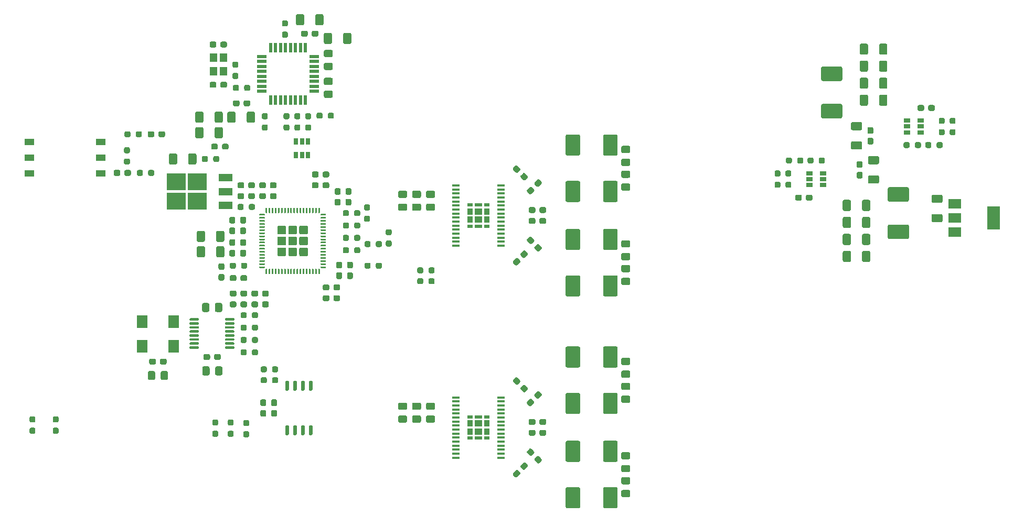
<source format=gtp>
G04 #@! TF.GenerationSoftware,KiCad,Pcbnew,(5.1.10)-1*
G04 #@! TF.CreationDate,2021-05-07T16:49:03+02:00*
G04 #@! TF.ProjectId,dsp-amplifier-x4,6473702d-616d-4706-9c69-666965722d78,rev?*
G04 #@! TF.SameCoordinates,Original*
G04 #@! TF.FileFunction,Paste,Top*
G04 #@! TF.FilePolarity,Positive*
%FSLAX46Y46*%
G04 Gerber Fmt 4.6, Leading zero omitted, Abs format (unit mm)*
G04 Created by KiCad (PCBNEW (5.1.10)-1) date 2021-05-07 16:49:03*
%MOMM*%
%LPD*%
G01*
G04 APERTURE LIST*
%ADD10R,1.200000X0.400000*%
%ADD11R,1.200000X1.000000*%
%ADD12R,1.200000X0.550000*%
%ADD13R,0.930000X1.000000*%
%ADD14R,0.930000X0.550000*%
%ADD15R,2.200000X1.200000*%
%ADD16R,3.050000X2.750000*%
%ADD17R,1.800000X2.000000*%
%ADD18R,1.200000X1.400000*%
%ADD19R,1.600000X0.550000*%
%ADD20R,0.550000X1.600000*%
%ADD21R,0.650000X1.060000*%
%ADD22R,2.000000X1.500000*%
%ADD23R,2.000000X3.800000*%
%ADD24R,1.060000X0.650000*%
%ADD25R,1.600000X1.000000*%
G04 APERTURE END LIST*
G36*
G01*
X108675000Y-122737500D02*
X108675000Y-122262500D01*
G75*
G02*
X108912500Y-122025000I237500J0D01*
G01*
X109412500Y-122025000D01*
G75*
G02*
X109650000Y-122262500I0J-237500D01*
G01*
X109650000Y-122737500D01*
G75*
G02*
X109412500Y-122975000I-237500J0D01*
G01*
X108912500Y-122975000D01*
G75*
G02*
X108675000Y-122737500I0J237500D01*
G01*
G37*
G36*
G01*
X106850000Y-122737500D02*
X106850000Y-122262500D01*
G75*
G02*
X107087500Y-122025000I237500J0D01*
G01*
X107587500Y-122025000D01*
G75*
G02*
X107825000Y-122262500I0J-237500D01*
G01*
X107825000Y-122737500D01*
G75*
G02*
X107587500Y-122975000I-237500J0D01*
G01*
X107087500Y-122975000D01*
G75*
G02*
X106850000Y-122737500I0J237500D01*
G01*
G37*
G36*
G01*
X108675000Y-124487500D02*
X108675000Y-124012500D01*
G75*
G02*
X108912500Y-123775000I237500J0D01*
G01*
X109412500Y-123775000D01*
G75*
G02*
X109650000Y-124012500I0J-237500D01*
G01*
X109650000Y-124487500D01*
G75*
G02*
X109412500Y-124725000I-237500J0D01*
G01*
X108912500Y-124725000D01*
G75*
G02*
X108675000Y-124487500I0J237500D01*
G01*
G37*
G36*
G01*
X106850000Y-124487500D02*
X106850000Y-124012500D01*
G75*
G02*
X107087500Y-123775000I237500J0D01*
G01*
X107587500Y-123775000D01*
G75*
G02*
X107825000Y-124012500I0J-237500D01*
G01*
X107825000Y-124487500D01*
G75*
G02*
X107587500Y-124725000I-237500J0D01*
G01*
X107087500Y-124725000D01*
G75*
G02*
X106850000Y-124487500I0J237500D01*
G01*
G37*
G36*
G01*
X166225000Y-102800000D02*
X165275000Y-102800000D01*
G75*
G02*
X165025000Y-102550000I0J250000D01*
G01*
X165025000Y-101875000D01*
G75*
G02*
X165275000Y-101625000I250000J0D01*
G01*
X166225000Y-101625000D01*
G75*
G02*
X166475000Y-101875000I0J-250000D01*
G01*
X166475000Y-102550000D01*
G75*
G02*
X166225000Y-102800000I-250000J0D01*
G01*
G37*
G36*
G01*
X166225000Y-104875000D02*
X165275000Y-104875000D01*
G75*
G02*
X165025000Y-104625000I0J250000D01*
G01*
X165025000Y-103950000D01*
G75*
G02*
X165275000Y-103700000I250000J0D01*
G01*
X166225000Y-103700000D01*
G75*
G02*
X166475000Y-103950000I0J-250000D01*
G01*
X166475000Y-104625000D01*
G75*
G02*
X166225000Y-104875000I-250000J0D01*
G01*
G37*
G36*
G01*
X165275000Y-107700000D02*
X166225000Y-107700000D01*
G75*
G02*
X166475000Y-107950000I0J-250000D01*
G01*
X166475000Y-108625000D01*
G75*
G02*
X166225000Y-108875000I-250000J0D01*
G01*
X165275000Y-108875000D01*
G75*
G02*
X165025000Y-108625000I0J250000D01*
G01*
X165025000Y-107950000D01*
G75*
G02*
X165275000Y-107700000I250000J0D01*
G01*
G37*
G36*
G01*
X165275000Y-105625000D02*
X166225000Y-105625000D01*
G75*
G02*
X166475000Y-105875000I0J-250000D01*
G01*
X166475000Y-106550000D01*
G75*
G02*
X166225000Y-106800000I-250000J0D01*
G01*
X165275000Y-106800000D01*
G75*
G02*
X165025000Y-106550000I0J250000D01*
G01*
X165025000Y-105875000D01*
G75*
G02*
X165275000Y-105625000I250000J0D01*
G01*
G37*
G36*
G01*
X165275000Y-92450000D02*
X166225000Y-92450000D01*
G75*
G02*
X166475000Y-92700000I0J-250000D01*
G01*
X166475000Y-93375000D01*
G75*
G02*
X166225000Y-93625000I-250000J0D01*
G01*
X165275000Y-93625000D01*
G75*
G02*
X165025000Y-93375000I0J250000D01*
G01*
X165025000Y-92700000D01*
G75*
G02*
X165275000Y-92450000I250000J0D01*
G01*
G37*
G36*
G01*
X165275000Y-90375000D02*
X166225000Y-90375000D01*
G75*
G02*
X166475000Y-90625000I0J-250000D01*
G01*
X166475000Y-91300000D01*
G75*
G02*
X166225000Y-91550000I-250000J0D01*
G01*
X165275000Y-91550000D01*
G75*
G02*
X165025000Y-91300000I0J250000D01*
G01*
X165025000Y-90625000D01*
G75*
G02*
X165275000Y-90375000I250000J0D01*
G01*
G37*
G36*
G01*
X166225000Y-87550000D02*
X165275000Y-87550000D01*
G75*
G02*
X165025000Y-87300000I0J250000D01*
G01*
X165025000Y-86625000D01*
G75*
G02*
X165275000Y-86375000I250000J0D01*
G01*
X166225000Y-86375000D01*
G75*
G02*
X166475000Y-86625000I0J-250000D01*
G01*
X166475000Y-87300000D01*
G75*
G02*
X166225000Y-87550000I-250000J0D01*
G01*
G37*
G36*
G01*
X166225000Y-89625000D02*
X165275000Y-89625000D01*
G75*
G02*
X165025000Y-89375000I0J250000D01*
G01*
X165025000Y-88700000D01*
G75*
G02*
X165275000Y-88450000I250000J0D01*
G01*
X166225000Y-88450000D01*
G75*
G02*
X166475000Y-88700000I0J-250000D01*
G01*
X166475000Y-89375000D01*
G75*
G02*
X166225000Y-89625000I-250000J0D01*
G01*
G37*
G36*
G01*
X166225000Y-137050000D02*
X165275000Y-137050000D01*
G75*
G02*
X165025000Y-136800000I0J250000D01*
G01*
X165025000Y-136125000D01*
G75*
G02*
X165275000Y-135875000I250000J0D01*
G01*
X166225000Y-135875000D01*
G75*
G02*
X166475000Y-136125000I0J-250000D01*
G01*
X166475000Y-136800000D01*
G75*
G02*
X166225000Y-137050000I-250000J0D01*
G01*
G37*
G36*
G01*
X166225000Y-139125000D02*
X165275000Y-139125000D01*
G75*
G02*
X165025000Y-138875000I0J250000D01*
G01*
X165025000Y-138200000D01*
G75*
G02*
X165275000Y-137950000I250000J0D01*
G01*
X166225000Y-137950000D01*
G75*
G02*
X166475000Y-138200000I0J-250000D01*
G01*
X166475000Y-138875000D01*
G75*
G02*
X166225000Y-139125000I-250000J0D01*
G01*
G37*
G36*
G01*
X165275000Y-141987500D02*
X166225000Y-141987500D01*
G75*
G02*
X166475000Y-142237500I0J-250000D01*
G01*
X166475000Y-142912500D01*
G75*
G02*
X166225000Y-143162500I-250000J0D01*
G01*
X165275000Y-143162500D01*
G75*
G02*
X165025000Y-142912500I0J250000D01*
G01*
X165025000Y-142237500D01*
G75*
G02*
X165275000Y-141987500I250000J0D01*
G01*
G37*
G36*
G01*
X165275000Y-139912500D02*
X166225000Y-139912500D01*
G75*
G02*
X166475000Y-140162500I0J-250000D01*
G01*
X166475000Y-140837500D01*
G75*
G02*
X166225000Y-141087500I-250000J0D01*
G01*
X165275000Y-141087500D01*
G75*
G02*
X165025000Y-140837500I0J250000D01*
G01*
X165025000Y-140162500D01*
G75*
G02*
X165275000Y-139912500I250000J0D01*
G01*
G37*
G36*
G01*
X165275000Y-126737500D02*
X166225000Y-126737500D01*
G75*
G02*
X166475000Y-126987500I0J-250000D01*
G01*
X166475000Y-127662500D01*
G75*
G02*
X166225000Y-127912500I-250000J0D01*
G01*
X165275000Y-127912500D01*
G75*
G02*
X165025000Y-127662500I0J250000D01*
G01*
X165025000Y-126987500D01*
G75*
G02*
X165275000Y-126737500I250000J0D01*
G01*
G37*
G36*
G01*
X165275000Y-124662500D02*
X166225000Y-124662500D01*
G75*
G02*
X166475000Y-124912500I0J-250000D01*
G01*
X166475000Y-125587500D01*
G75*
G02*
X166225000Y-125837500I-250000J0D01*
G01*
X165275000Y-125837500D01*
G75*
G02*
X165025000Y-125587500I0J250000D01*
G01*
X165025000Y-124912500D01*
G75*
G02*
X165275000Y-124662500I250000J0D01*
G01*
G37*
G36*
G01*
X166225000Y-121800000D02*
X165275000Y-121800000D01*
G75*
G02*
X165025000Y-121550000I0J250000D01*
G01*
X165025000Y-120875000D01*
G75*
G02*
X165275000Y-120625000I250000J0D01*
G01*
X166225000Y-120625000D01*
G75*
G02*
X166475000Y-120875000I0J-250000D01*
G01*
X166475000Y-121550000D01*
G75*
G02*
X166225000Y-121800000I-250000J0D01*
G01*
G37*
G36*
G01*
X166225000Y-123875000D02*
X165275000Y-123875000D01*
G75*
G02*
X165025000Y-123625000I0J250000D01*
G01*
X165025000Y-122950000D01*
G75*
G02*
X165275000Y-122700000I250000J0D01*
G01*
X166225000Y-122700000D01*
G75*
G02*
X166475000Y-122950000I0J-250000D01*
G01*
X166475000Y-123625000D01*
G75*
G02*
X166225000Y-123875000I-250000J0D01*
G01*
G37*
G36*
G01*
X103325000Y-76762500D02*
X103325000Y-77237500D01*
G75*
G02*
X103087500Y-77475000I-237500J0D01*
G01*
X102587500Y-77475000D01*
G75*
G02*
X102350000Y-77237500I0J237500D01*
G01*
X102350000Y-76762500D01*
G75*
G02*
X102587500Y-76525000I237500J0D01*
G01*
X103087500Y-76525000D01*
G75*
G02*
X103325000Y-76762500I0J-237500D01*
G01*
G37*
G36*
G01*
X105150000Y-76762500D02*
X105150000Y-77237500D01*
G75*
G02*
X104912500Y-77475000I-237500J0D01*
G01*
X104412500Y-77475000D01*
G75*
G02*
X104175000Y-77237500I0J237500D01*
G01*
X104175000Y-76762500D01*
G75*
G02*
X104412500Y-76525000I237500J0D01*
G01*
X104912500Y-76525000D01*
G75*
G02*
X105150000Y-76762500I0J-237500D01*
G01*
G37*
G36*
G01*
X117675000Y-81737500D02*
X117675000Y-81262500D01*
G75*
G02*
X117912500Y-81025000I237500J0D01*
G01*
X118412500Y-81025000D01*
G75*
G02*
X118650000Y-81262500I0J-237500D01*
G01*
X118650000Y-81737500D01*
G75*
G02*
X118412500Y-81975000I-237500J0D01*
G01*
X117912500Y-81975000D01*
G75*
G02*
X117675000Y-81737500I0J237500D01*
G01*
G37*
G36*
G01*
X115850000Y-81737500D02*
X115850000Y-81262500D01*
G75*
G02*
X116087500Y-81025000I237500J0D01*
G01*
X116587500Y-81025000D01*
G75*
G02*
X116825000Y-81262500I0J-237500D01*
G01*
X116825000Y-81737500D01*
G75*
G02*
X116587500Y-81975000I-237500J0D01*
G01*
X116087500Y-81975000D01*
G75*
G02*
X115850000Y-81737500I0J237500D01*
G01*
G37*
G36*
G01*
X102987500Y-73737500D02*
X102512500Y-73737500D01*
G75*
G02*
X102275000Y-73500000I0J237500D01*
G01*
X102275000Y-73000000D01*
G75*
G02*
X102512500Y-72762500I237500J0D01*
G01*
X102987500Y-72762500D01*
G75*
G02*
X103225000Y-73000000I0J-237500D01*
G01*
X103225000Y-73500000D01*
G75*
G02*
X102987500Y-73737500I-237500J0D01*
G01*
G37*
G36*
G01*
X102987500Y-75562500D02*
X102512500Y-75562500D01*
G75*
G02*
X102275000Y-75325000I0J237500D01*
G01*
X102275000Y-74825000D01*
G75*
G02*
X102512500Y-74587500I237500J0D01*
G01*
X102987500Y-74587500D01*
G75*
G02*
X103225000Y-74825000I0J-237500D01*
G01*
X103225000Y-75325000D01*
G75*
G02*
X102987500Y-75562500I-237500J0D01*
G01*
G37*
G36*
G01*
X102237500Y-131575000D02*
X101762500Y-131575000D01*
G75*
G02*
X101525000Y-131337500I0J237500D01*
G01*
X101525000Y-130837500D01*
G75*
G02*
X101762500Y-130600000I237500J0D01*
G01*
X102237500Y-130600000D01*
G75*
G02*
X102475000Y-130837500I0J-237500D01*
G01*
X102475000Y-131337500D01*
G75*
G02*
X102237500Y-131575000I-237500J0D01*
G01*
G37*
G36*
G01*
X102237500Y-133400000D02*
X101762500Y-133400000D01*
G75*
G02*
X101525000Y-133162500I0J237500D01*
G01*
X101525000Y-132662500D01*
G75*
G02*
X101762500Y-132425000I237500J0D01*
G01*
X102237500Y-132425000D01*
G75*
G02*
X102475000Y-132662500I0J-237500D01*
G01*
X102475000Y-133162500D01*
G75*
G02*
X102237500Y-133400000I-237500J0D01*
G01*
G37*
G36*
G01*
X114755000Y-131550000D02*
X115055000Y-131550000D01*
G75*
G02*
X115205000Y-131700000I0J-150000D01*
G01*
X115205000Y-133000000D01*
G75*
G02*
X115055000Y-133150000I-150000J0D01*
G01*
X114755000Y-133150000D01*
G75*
G02*
X114605000Y-133000000I0J150000D01*
G01*
X114605000Y-131700000D01*
G75*
G02*
X114755000Y-131550000I150000J0D01*
G01*
G37*
G36*
G01*
X113485000Y-131550000D02*
X113785000Y-131550000D01*
G75*
G02*
X113935000Y-131700000I0J-150000D01*
G01*
X113935000Y-133000000D01*
G75*
G02*
X113785000Y-133150000I-150000J0D01*
G01*
X113485000Y-133150000D01*
G75*
G02*
X113335000Y-133000000I0J150000D01*
G01*
X113335000Y-131700000D01*
G75*
G02*
X113485000Y-131550000I150000J0D01*
G01*
G37*
G36*
G01*
X112215000Y-131550000D02*
X112515000Y-131550000D01*
G75*
G02*
X112665000Y-131700000I0J-150000D01*
G01*
X112665000Y-133000000D01*
G75*
G02*
X112515000Y-133150000I-150000J0D01*
G01*
X112215000Y-133150000D01*
G75*
G02*
X112065000Y-133000000I0J150000D01*
G01*
X112065000Y-131700000D01*
G75*
G02*
X112215000Y-131550000I150000J0D01*
G01*
G37*
G36*
G01*
X110945000Y-131550000D02*
X111245000Y-131550000D01*
G75*
G02*
X111395000Y-131700000I0J-150000D01*
G01*
X111395000Y-133000000D01*
G75*
G02*
X111245000Y-133150000I-150000J0D01*
G01*
X110945000Y-133150000D01*
G75*
G02*
X110795000Y-133000000I0J150000D01*
G01*
X110795000Y-131700000D01*
G75*
G02*
X110945000Y-131550000I150000J0D01*
G01*
G37*
G36*
G01*
X110945000Y-124350000D02*
X111245000Y-124350000D01*
G75*
G02*
X111395000Y-124500000I0J-150000D01*
G01*
X111395000Y-125800000D01*
G75*
G02*
X111245000Y-125950000I-150000J0D01*
G01*
X110945000Y-125950000D01*
G75*
G02*
X110795000Y-125800000I0J150000D01*
G01*
X110795000Y-124500000D01*
G75*
G02*
X110945000Y-124350000I150000J0D01*
G01*
G37*
G36*
G01*
X112215000Y-124350000D02*
X112515000Y-124350000D01*
G75*
G02*
X112665000Y-124500000I0J-150000D01*
G01*
X112665000Y-125800000D01*
G75*
G02*
X112515000Y-125950000I-150000J0D01*
G01*
X112215000Y-125950000D01*
G75*
G02*
X112065000Y-125800000I0J150000D01*
G01*
X112065000Y-124500000D01*
G75*
G02*
X112215000Y-124350000I150000J0D01*
G01*
G37*
G36*
G01*
X113485000Y-124350000D02*
X113785000Y-124350000D01*
G75*
G02*
X113935000Y-124500000I0J-150000D01*
G01*
X113935000Y-125800000D01*
G75*
G02*
X113785000Y-125950000I-150000J0D01*
G01*
X113485000Y-125950000D01*
G75*
G02*
X113335000Y-125800000I0J150000D01*
G01*
X113335000Y-124500000D01*
G75*
G02*
X113485000Y-124350000I150000J0D01*
G01*
G37*
G36*
G01*
X114755000Y-124350000D02*
X115055000Y-124350000D01*
G75*
G02*
X115205000Y-124500000I0J-150000D01*
G01*
X115205000Y-125800000D01*
G75*
G02*
X115055000Y-125950000I-150000J0D01*
G01*
X114755000Y-125950000D01*
G75*
G02*
X114605000Y-125800000I0J150000D01*
G01*
X114605000Y-124500000D01*
G75*
G02*
X114755000Y-124350000I150000J0D01*
G01*
G37*
D10*
X138350000Y-127025000D03*
X138350000Y-127675000D03*
X138350000Y-128325000D03*
X138350000Y-128975000D03*
X138350000Y-129625000D03*
X138350000Y-130275000D03*
X138350000Y-130925000D03*
X138350000Y-131575000D03*
X138350000Y-132225000D03*
X138350000Y-132875000D03*
X138350000Y-133525000D03*
X138350000Y-134175000D03*
X138350000Y-134825000D03*
X138350000Y-135475000D03*
X138350000Y-136125000D03*
X138350000Y-136775000D03*
X145650000Y-136775000D03*
X145650000Y-136125000D03*
X145650000Y-135475000D03*
X145650000Y-134825000D03*
X145650000Y-134175000D03*
X145650000Y-133525000D03*
X145650000Y-132875000D03*
X145650000Y-132225000D03*
X145650000Y-131575000D03*
X145650000Y-130925000D03*
X145650000Y-130275000D03*
X145650000Y-129625000D03*
X145650000Y-128975000D03*
X145650000Y-128325000D03*
X145650000Y-127675000D03*
X145650000Y-127025000D03*
D11*
X142000000Y-131250000D03*
X142000000Y-132550000D03*
D12*
X142000000Y-133625000D03*
X142000000Y-130175000D03*
D13*
X140635000Y-131250000D03*
X140635000Y-132550000D03*
X143365000Y-132550000D03*
X143365000Y-131250000D03*
D14*
X143365000Y-130175000D03*
X143365000Y-133625000D03*
X140635000Y-133625000D03*
X140635000Y-130175000D03*
G36*
G01*
X117275000Y-77450000D02*
X118225000Y-77450000D01*
G75*
G02*
X118475000Y-77700000I0J-250000D01*
G01*
X118475000Y-78375000D01*
G75*
G02*
X118225000Y-78625000I-250000J0D01*
G01*
X117275000Y-78625000D01*
G75*
G02*
X117025000Y-78375000I0J250000D01*
G01*
X117025000Y-77700000D01*
G75*
G02*
X117275000Y-77450000I250000J0D01*
G01*
G37*
G36*
G01*
X117275000Y-75375000D02*
X118225000Y-75375000D01*
G75*
G02*
X118475000Y-75625000I0J-250000D01*
G01*
X118475000Y-76300000D01*
G75*
G02*
X118225000Y-76550000I-250000J0D01*
G01*
X117275000Y-76550000D01*
G75*
G02*
X117025000Y-76300000I0J250000D01*
G01*
X117025000Y-75625000D01*
G75*
G02*
X117275000Y-75375000I250000J0D01*
G01*
G37*
G36*
G01*
X118225000Y-72050000D02*
X117275000Y-72050000D01*
G75*
G02*
X117025000Y-71800000I0J250000D01*
G01*
X117025000Y-71125000D01*
G75*
G02*
X117275000Y-70875000I250000J0D01*
G01*
X118225000Y-70875000D01*
G75*
G02*
X118475000Y-71125000I0J-250000D01*
G01*
X118475000Y-71800000D01*
G75*
G02*
X118225000Y-72050000I-250000J0D01*
G01*
G37*
G36*
G01*
X118225000Y-74125000D02*
X117275000Y-74125000D01*
G75*
G02*
X117025000Y-73875000I0J250000D01*
G01*
X117025000Y-73200000D01*
G75*
G02*
X117275000Y-72950000I250000J0D01*
G01*
X118225000Y-72950000D01*
G75*
G02*
X118475000Y-73200000I0J-250000D01*
G01*
X118475000Y-73875000D01*
G75*
G02*
X118225000Y-74125000I-250000J0D01*
G01*
G37*
G36*
G01*
X104075000Y-79737500D02*
X104075000Y-79262500D01*
G75*
G02*
X104312500Y-79025000I237500J0D01*
G01*
X104912500Y-79025000D01*
G75*
G02*
X105150000Y-79262500I0J-237500D01*
G01*
X105150000Y-79737500D01*
G75*
G02*
X104912500Y-79975000I-237500J0D01*
G01*
X104312500Y-79975000D01*
G75*
G02*
X104075000Y-79737500I0J237500D01*
G01*
G37*
G36*
G01*
X102350000Y-79737500D02*
X102350000Y-79262500D01*
G75*
G02*
X102587500Y-79025000I237500J0D01*
G01*
X103187500Y-79025000D01*
G75*
G02*
X103425000Y-79262500I0J-237500D01*
G01*
X103425000Y-79737500D01*
G75*
G02*
X103187500Y-79975000I-237500J0D01*
G01*
X102587500Y-79975000D01*
G75*
G02*
X102350000Y-79737500I0J237500D01*
G01*
G37*
G36*
G01*
X115075000Y-68487500D02*
X115075000Y-68012500D01*
G75*
G02*
X115312500Y-67775000I237500J0D01*
G01*
X115912500Y-67775000D01*
G75*
G02*
X116150000Y-68012500I0J-237500D01*
G01*
X116150000Y-68487500D01*
G75*
G02*
X115912500Y-68725000I-237500J0D01*
G01*
X115312500Y-68725000D01*
G75*
G02*
X115075000Y-68487500I0J237500D01*
G01*
G37*
G36*
G01*
X113350000Y-68487500D02*
X113350000Y-68012500D01*
G75*
G02*
X113587500Y-67775000I237500J0D01*
G01*
X114187500Y-67775000D01*
G75*
G02*
X114425000Y-68012500I0J-237500D01*
G01*
X114425000Y-68487500D01*
G75*
G02*
X114187500Y-68725000I-237500J0D01*
G01*
X113587500Y-68725000D01*
G75*
G02*
X113350000Y-68487500I0J237500D01*
G01*
G37*
G36*
G01*
X115650000Y-66650002D02*
X115650000Y-65349998D01*
G75*
G02*
X115899998Y-65100000I249998J0D01*
G01*
X116725002Y-65100000D01*
G75*
G02*
X116975000Y-65349998I0J-249998D01*
G01*
X116975000Y-66650002D01*
G75*
G02*
X116725002Y-66900000I-249998J0D01*
G01*
X115899998Y-66900000D01*
G75*
G02*
X115650000Y-66650002I0J249998D01*
G01*
G37*
G36*
G01*
X112525000Y-66650002D02*
X112525000Y-65349998D01*
G75*
G02*
X112774998Y-65100000I249998J0D01*
G01*
X113600002Y-65100000D01*
G75*
G02*
X113850000Y-65349998I0J-249998D01*
G01*
X113850000Y-66650002D01*
G75*
G02*
X113600002Y-66900000I-249998J0D01*
G01*
X112774998Y-66900000D01*
G75*
G02*
X112525000Y-66650002I0J249998D01*
G01*
G37*
G36*
G01*
X104587500Y-82400002D02*
X104587500Y-81099998D01*
G75*
G02*
X104837498Y-80850000I249998J0D01*
G01*
X105662502Y-80850000D01*
G75*
G02*
X105912500Y-81099998I0J-249998D01*
G01*
X105912500Y-82400002D01*
G75*
G02*
X105662502Y-82650000I-249998J0D01*
G01*
X104837498Y-82650000D01*
G75*
G02*
X104587500Y-82400002I0J249998D01*
G01*
G37*
G36*
G01*
X101462500Y-82400002D02*
X101462500Y-81099998D01*
G75*
G02*
X101712498Y-80850000I249998J0D01*
G01*
X102537502Y-80850000D01*
G75*
G02*
X102787500Y-81099998I0J-249998D01*
G01*
X102787500Y-82400002D01*
G75*
G02*
X102537502Y-82650000I-249998J0D01*
G01*
X101712498Y-82650000D01*
G75*
G02*
X101462500Y-82400002I0J249998D01*
G01*
G37*
G36*
G01*
X120150000Y-69650002D02*
X120150000Y-68349998D01*
G75*
G02*
X120399998Y-68100000I249998J0D01*
G01*
X121225002Y-68100000D01*
G75*
G02*
X121475000Y-68349998I0J-249998D01*
G01*
X121475000Y-69650002D01*
G75*
G02*
X121225002Y-69900000I-249998J0D01*
G01*
X120399998Y-69900000D01*
G75*
G02*
X120150000Y-69650002I0J249998D01*
G01*
G37*
G36*
G01*
X117025000Y-69650002D02*
X117025000Y-68349998D01*
G75*
G02*
X117274998Y-68100000I249998J0D01*
G01*
X118100002Y-68100000D01*
G75*
G02*
X118350000Y-68349998I0J-249998D01*
G01*
X118350000Y-69650002D01*
G75*
G02*
X118100002Y-69900000I-249998J0D01*
G01*
X117274998Y-69900000D01*
G75*
G02*
X117025000Y-69650002I0J249998D01*
G01*
G37*
G36*
G01*
X107487500Y-128425000D02*
X107012500Y-128425000D01*
G75*
G02*
X106775000Y-128187500I0J237500D01*
G01*
X106775000Y-127587500D01*
G75*
G02*
X107012500Y-127350000I237500J0D01*
G01*
X107487500Y-127350000D01*
G75*
G02*
X107725000Y-127587500I0J-237500D01*
G01*
X107725000Y-128187500D01*
G75*
G02*
X107487500Y-128425000I-237500J0D01*
G01*
G37*
G36*
G01*
X107487500Y-130150000D02*
X107012500Y-130150000D01*
G75*
G02*
X106775000Y-129912500I0J237500D01*
G01*
X106775000Y-129312500D01*
G75*
G02*
X107012500Y-129075000I237500J0D01*
G01*
X107487500Y-129075000D01*
G75*
G02*
X107725000Y-129312500I0J-237500D01*
G01*
X107725000Y-129912500D01*
G75*
G02*
X107487500Y-130150000I-237500J0D01*
G01*
G37*
G36*
G01*
X109237500Y-128425000D02*
X108762500Y-128425000D01*
G75*
G02*
X108525000Y-128187500I0J237500D01*
G01*
X108525000Y-127587500D01*
G75*
G02*
X108762500Y-127350000I237500J0D01*
G01*
X109237500Y-127350000D01*
G75*
G02*
X109475000Y-127587500I0J-237500D01*
G01*
X109475000Y-128187500D01*
G75*
G02*
X109237500Y-128425000I-237500J0D01*
G01*
G37*
G36*
G01*
X109237500Y-130150000D02*
X108762500Y-130150000D01*
G75*
G02*
X108525000Y-129912500I0J237500D01*
G01*
X108525000Y-129312500D01*
G75*
G02*
X108762500Y-129075000I237500J0D01*
G01*
X109237500Y-129075000D01*
G75*
G02*
X109475000Y-129312500I0J-237500D01*
G01*
X109475000Y-129912500D01*
G75*
G02*
X109237500Y-130150000I-237500J0D01*
G01*
G37*
D15*
X101200000Y-96030000D03*
X101200000Y-93750000D03*
X101200000Y-91470000D03*
D16*
X93225000Y-92225000D03*
X96575000Y-95275000D03*
X93225000Y-95275000D03*
X96575000Y-92225000D03*
G36*
G01*
X85825000Y-84262500D02*
X85825000Y-84737500D01*
G75*
G02*
X85587500Y-84975000I-237500J0D01*
G01*
X85087500Y-84975000D01*
G75*
G02*
X84850000Y-84737500I0J237500D01*
G01*
X84850000Y-84262500D01*
G75*
G02*
X85087500Y-84025000I237500J0D01*
G01*
X85587500Y-84025000D01*
G75*
G02*
X85825000Y-84262500I0J-237500D01*
G01*
G37*
G36*
G01*
X87650000Y-84262500D02*
X87650000Y-84737500D01*
G75*
G02*
X87412500Y-84975000I-237500J0D01*
G01*
X86912500Y-84975000D01*
G75*
G02*
X86675000Y-84737500I0J237500D01*
G01*
X86675000Y-84262500D01*
G75*
G02*
X86912500Y-84025000I237500J0D01*
G01*
X87412500Y-84025000D01*
G75*
G02*
X87650000Y-84262500I0J-237500D01*
G01*
G37*
D10*
X138350000Y-92775000D03*
X138350000Y-93425000D03*
X138350000Y-94075000D03*
X138350000Y-94725000D03*
X138350000Y-95375000D03*
X138350000Y-96025000D03*
X138350000Y-96675000D03*
X138350000Y-97325000D03*
X138350000Y-97975000D03*
X138350000Y-98625000D03*
X138350000Y-99275000D03*
X138350000Y-99925000D03*
X138350000Y-100575000D03*
X138350000Y-101225000D03*
X138350000Y-101875000D03*
X138350000Y-102525000D03*
X145650000Y-102525000D03*
X145650000Y-101875000D03*
X145650000Y-101225000D03*
X145650000Y-100575000D03*
X145650000Y-99925000D03*
X145650000Y-99275000D03*
X145650000Y-98625000D03*
X145650000Y-97975000D03*
X145650000Y-97325000D03*
X145650000Y-96675000D03*
X145650000Y-96025000D03*
X145650000Y-95375000D03*
X145650000Y-94725000D03*
X145650000Y-94075000D03*
X145650000Y-93425000D03*
X145650000Y-92775000D03*
D11*
X142000000Y-97000000D03*
X142000000Y-98300000D03*
D12*
X142000000Y-99375000D03*
X142000000Y-95925000D03*
D13*
X140635000Y-97000000D03*
X140635000Y-98300000D03*
X143365000Y-98300000D03*
X143365000Y-97000000D03*
D14*
X143365000Y-95925000D03*
X143365000Y-99375000D03*
X140635000Y-99375000D03*
X140635000Y-95925000D03*
G36*
G01*
X149147748Y-104438128D02*
X148811872Y-104102252D01*
G75*
G02*
X148811872Y-103766376I167938J167938D01*
G01*
X149236136Y-103342112D01*
G75*
G02*
X149572012Y-103342112I167938J-167938D01*
G01*
X149907888Y-103677988D01*
G75*
G02*
X149907888Y-104013864I-167938J-167938D01*
G01*
X149483624Y-104438128D01*
G75*
G02*
X149147748Y-104438128I-167938J167938D01*
G01*
G37*
G36*
G01*
X147927988Y-105657888D02*
X147592112Y-105322012D01*
G75*
G02*
X147592112Y-104986136I167938J167938D01*
G01*
X148016376Y-104561872D01*
G75*
G02*
X148352252Y-104561872I167938J-167938D01*
G01*
X148688128Y-104897748D01*
G75*
G02*
X148688128Y-105233624I-167938J-167938D01*
G01*
X148263864Y-105657888D01*
G75*
G02*
X147927988Y-105657888I-167938J167938D01*
G01*
G37*
G36*
G01*
X149147748Y-138688128D02*
X148811872Y-138352252D01*
G75*
G02*
X148811872Y-138016376I167938J167938D01*
G01*
X149236136Y-137592112D01*
G75*
G02*
X149572012Y-137592112I167938J-167938D01*
G01*
X149907888Y-137927988D01*
G75*
G02*
X149907888Y-138263864I-167938J-167938D01*
G01*
X149483624Y-138688128D01*
G75*
G02*
X149147748Y-138688128I-167938J167938D01*
G01*
G37*
G36*
G01*
X147927988Y-139907888D02*
X147592112Y-139572012D01*
G75*
G02*
X147592112Y-139236136I167938J167938D01*
G01*
X148016376Y-138811872D01*
G75*
G02*
X148352252Y-138811872I167938J-167938D01*
G01*
X148688128Y-139147748D01*
G75*
G02*
X148688128Y-139483624I-167938J-167938D01*
G01*
X148263864Y-139907888D01*
G75*
G02*
X147927988Y-139907888I-167938J167938D01*
G01*
G37*
D17*
X87710000Y-114750000D03*
X92790000Y-114750000D03*
X92790000Y-118750000D03*
X87710000Y-118750000D03*
G36*
G01*
X95370000Y-114525000D02*
X95370000Y-114325000D01*
G75*
G02*
X95470000Y-114225000I100000J0D01*
G01*
X96745000Y-114225000D01*
G75*
G02*
X96845000Y-114325000I0J-100000D01*
G01*
X96845000Y-114525000D01*
G75*
G02*
X96745000Y-114625000I-100000J0D01*
G01*
X95470000Y-114625000D01*
G75*
G02*
X95370000Y-114525000I0J100000D01*
G01*
G37*
G36*
G01*
X95370000Y-115175000D02*
X95370000Y-114975000D01*
G75*
G02*
X95470000Y-114875000I100000J0D01*
G01*
X96745000Y-114875000D01*
G75*
G02*
X96845000Y-114975000I0J-100000D01*
G01*
X96845000Y-115175000D01*
G75*
G02*
X96745000Y-115275000I-100000J0D01*
G01*
X95470000Y-115275000D01*
G75*
G02*
X95370000Y-115175000I0J100000D01*
G01*
G37*
G36*
G01*
X95370000Y-115825000D02*
X95370000Y-115625000D01*
G75*
G02*
X95470000Y-115525000I100000J0D01*
G01*
X96745000Y-115525000D01*
G75*
G02*
X96845000Y-115625000I0J-100000D01*
G01*
X96845000Y-115825000D01*
G75*
G02*
X96745000Y-115925000I-100000J0D01*
G01*
X95470000Y-115925000D01*
G75*
G02*
X95370000Y-115825000I0J100000D01*
G01*
G37*
G36*
G01*
X95370000Y-116475000D02*
X95370000Y-116275000D01*
G75*
G02*
X95470000Y-116175000I100000J0D01*
G01*
X96745000Y-116175000D01*
G75*
G02*
X96845000Y-116275000I0J-100000D01*
G01*
X96845000Y-116475000D01*
G75*
G02*
X96745000Y-116575000I-100000J0D01*
G01*
X95470000Y-116575000D01*
G75*
G02*
X95370000Y-116475000I0J100000D01*
G01*
G37*
G36*
G01*
X95370000Y-117125000D02*
X95370000Y-116925000D01*
G75*
G02*
X95470000Y-116825000I100000J0D01*
G01*
X96745000Y-116825000D01*
G75*
G02*
X96845000Y-116925000I0J-100000D01*
G01*
X96845000Y-117125000D01*
G75*
G02*
X96745000Y-117225000I-100000J0D01*
G01*
X95470000Y-117225000D01*
G75*
G02*
X95370000Y-117125000I0J100000D01*
G01*
G37*
G36*
G01*
X95370000Y-117775000D02*
X95370000Y-117575000D01*
G75*
G02*
X95470000Y-117475000I100000J0D01*
G01*
X96745000Y-117475000D01*
G75*
G02*
X96845000Y-117575000I0J-100000D01*
G01*
X96845000Y-117775000D01*
G75*
G02*
X96745000Y-117875000I-100000J0D01*
G01*
X95470000Y-117875000D01*
G75*
G02*
X95370000Y-117775000I0J100000D01*
G01*
G37*
G36*
G01*
X95370000Y-118425000D02*
X95370000Y-118225000D01*
G75*
G02*
X95470000Y-118125000I100000J0D01*
G01*
X96745000Y-118125000D01*
G75*
G02*
X96845000Y-118225000I0J-100000D01*
G01*
X96845000Y-118425000D01*
G75*
G02*
X96745000Y-118525000I-100000J0D01*
G01*
X95470000Y-118525000D01*
G75*
G02*
X95370000Y-118425000I0J100000D01*
G01*
G37*
G36*
G01*
X95370000Y-119075000D02*
X95370000Y-118875000D01*
G75*
G02*
X95470000Y-118775000I100000J0D01*
G01*
X96745000Y-118775000D01*
G75*
G02*
X96845000Y-118875000I0J-100000D01*
G01*
X96845000Y-119075000D01*
G75*
G02*
X96745000Y-119175000I-100000J0D01*
G01*
X95470000Y-119175000D01*
G75*
G02*
X95370000Y-119075000I0J100000D01*
G01*
G37*
G36*
G01*
X101095000Y-119075000D02*
X101095000Y-118875000D01*
G75*
G02*
X101195000Y-118775000I100000J0D01*
G01*
X102470000Y-118775000D01*
G75*
G02*
X102570000Y-118875000I0J-100000D01*
G01*
X102570000Y-119075000D01*
G75*
G02*
X102470000Y-119175000I-100000J0D01*
G01*
X101195000Y-119175000D01*
G75*
G02*
X101095000Y-119075000I0J100000D01*
G01*
G37*
G36*
G01*
X101095000Y-118425000D02*
X101095000Y-118225000D01*
G75*
G02*
X101195000Y-118125000I100000J0D01*
G01*
X102470000Y-118125000D01*
G75*
G02*
X102570000Y-118225000I0J-100000D01*
G01*
X102570000Y-118425000D01*
G75*
G02*
X102470000Y-118525000I-100000J0D01*
G01*
X101195000Y-118525000D01*
G75*
G02*
X101095000Y-118425000I0J100000D01*
G01*
G37*
G36*
G01*
X101095000Y-117775000D02*
X101095000Y-117575000D01*
G75*
G02*
X101195000Y-117475000I100000J0D01*
G01*
X102470000Y-117475000D01*
G75*
G02*
X102570000Y-117575000I0J-100000D01*
G01*
X102570000Y-117775000D01*
G75*
G02*
X102470000Y-117875000I-100000J0D01*
G01*
X101195000Y-117875000D01*
G75*
G02*
X101095000Y-117775000I0J100000D01*
G01*
G37*
G36*
G01*
X101095000Y-117125000D02*
X101095000Y-116925000D01*
G75*
G02*
X101195000Y-116825000I100000J0D01*
G01*
X102470000Y-116825000D01*
G75*
G02*
X102570000Y-116925000I0J-100000D01*
G01*
X102570000Y-117125000D01*
G75*
G02*
X102470000Y-117225000I-100000J0D01*
G01*
X101195000Y-117225000D01*
G75*
G02*
X101095000Y-117125000I0J100000D01*
G01*
G37*
G36*
G01*
X101095000Y-116475000D02*
X101095000Y-116275000D01*
G75*
G02*
X101195000Y-116175000I100000J0D01*
G01*
X102470000Y-116175000D01*
G75*
G02*
X102570000Y-116275000I0J-100000D01*
G01*
X102570000Y-116475000D01*
G75*
G02*
X102470000Y-116575000I-100000J0D01*
G01*
X101195000Y-116575000D01*
G75*
G02*
X101095000Y-116475000I0J100000D01*
G01*
G37*
G36*
G01*
X101095000Y-115825000D02*
X101095000Y-115625000D01*
G75*
G02*
X101195000Y-115525000I100000J0D01*
G01*
X102470000Y-115525000D01*
G75*
G02*
X102570000Y-115625000I0J-100000D01*
G01*
X102570000Y-115825000D01*
G75*
G02*
X102470000Y-115925000I-100000J0D01*
G01*
X101195000Y-115925000D01*
G75*
G02*
X101095000Y-115825000I0J100000D01*
G01*
G37*
G36*
G01*
X101095000Y-115175000D02*
X101095000Y-114975000D01*
G75*
G02*
X101195000Y-114875000I100000J0D01*
G01*
X102470000Y-114875000D01*
G75*
G02*
X102570000Y-114975000I0J-100000D01*
G01*
X102570000Y-115175000D01*
G75*
G02*
X102470000Y-115275000I-100000J0D01*
G01*
X101195000Y-115275000D01*
G75*
G02*
X101095000Y-115175000I0J100000D01*
G01*
G37*
G36*
G01*
X101095000Y-114525000D02*
X101095000Y-114325000D01*
G75*
G02*
X101195000Y-114225000I100000J0D01*
G01*
X102470000Y-114225000D01*
G75*
G02*
X102570000Y-114325000I0J-100000D01*
G01*
X102570000Y-114525000D01*
G75*
G02*
X102470000Y-114625000I-100000J0D01*
G01*
X101195000Y-114625000D01*
G75*
G02*
X101095000Y-114525000I0J100000D01*
G01*
G37*
G36*
G01*
X162100000Y-137215000D02*
X162100000Y-134285000D01*
G75*
G02*
X162335000Y-134050000I235000J0D01*
G01*
X164215000Y-134050000D01*
G75*
G02*
X164450000Y-134285000I0J-235000D01*
G01*
X164450000Y-137215000D01*
G75*
G02*
X164215000Y-137450000I-235000J0D01*
G01*
X162335000Y-137450000D01*
G75*
G02*
X162100000Y-137215000I0J235000D01*
G01*
G37*
G36*
G01*
X156050000Y-137215000D02*
X156050000Y-134285000D01*
G75*
G02*
X156285000Y-134050000I235000J0D01*
G01*
X158165000Y-134050000D01*
G75*
G02*
X158400000Y-134285000I0J-235000D01*
G01*
X158400000Y-137215000D01*
G75*
G02*
X158165000Y-137450000I-235000J0D01*
G01*
X156285000Y-137450000D01*
G75*
G02*
X156050000Y-137215000I0J235000D01*
G01*
G37*
G36*
G01*
X162100000Y-144715000D02*
X162100000Y-141785000D01*
G75*
G02*
X162335000Y-141550000I235000J0D01*
G01*
X164215000Y-141550000D01*
G75*
G02*
X164450000Y-141785000I0J-235000D01*
G01*
X164450000Y-144715000D01*
G75*
G02*
X164215000Y-144950000I-235000J0D01*
G01*
X162335000Y-144950000D01*
G75*
G02*
X162100000Y-144715000I0J235000D01*
G01*
G37*
G36*
G01*
X156050000Y-144715000D02*
X156050000Y-141785000D01*
G75*
G02*
X156285000Y-141550000I235000J0D01*
G01*
X158165000Y-141550000D01*
G75*
G02*
X158400000Y-141785000I0J-235000D01*
G01*
X158400000Y-144715000D01*
G75*
G02*
X158165000Y-144950000I-235000J0D01*
G01*
X156285000Y-144950000D01*
G75*
G02*
X156050000Y-144715000I0J235000D01*
G01*
G37*
G36*
G01*
X162100000Y-129465000D02*
X162100000Y-126535000D01*
G75*
G02*
X162335000Y-126300000I235000J0D01*
G01*
X164215000Y-126300000D01*
G75*
G02*
X164450000Y-126535000I0J-235000D01*
G01*
X164450000Y-129465000D01*
G75*
G02*
X164215000Y-129700000I-235000J0D01*
G01*
X162335000Y-129700000D01*
G75*
G02*
X162100000Y-129465000I0J235000D01*
G01*
G37*
G36*
G01*
X156050000Y-129465000D02*
X156050000Y-126535000D01*
G75*
G02*
X156285000Y-126300000I235000J0D01*
G01*
X158165000Y-126300000D01*
G75*
G02*
X158400000Y-126535000I0J-235000D01*
G01*
X158400000Y-129465000D01*
G75*
G02*
X158165000Y-129700000I-235000J0D01*
G01*
X156285000Y-129700000D01*
G75*
G02*
X156050000Y-129465000I0J235000D01*
G01*
G37*
G36*
G01*
X162100000Y-121965000D02*
X162100000Y-119035000D01*
G75*
G02*
X162335000Y-118800000I235000J0D01*
G01*
X164215000Y-118800000D01*
G75*
G02*
X164450000Y-119035000I0J-235000D01*
G01*
X164450000Y-121965000D01*
G75*
G02*
X164215000Y-122200000I-235000J0D01*
G01*
X162335000Y-122200000D01*
G75*
G02*
X162100000Y-121965000I0J235000D01*
G01*
G37*
G36*
G01*
X156050000Y-121965000D02*
X156050000Y-119035000D01*
G75*
G02*
X156285000Y-118800000I235000J0D01*
G01*
X158165000Y-118800000D01*
G75*
G02*
X158400000Y-119035000I0J-235000D01*
G01*
X158400000Y-121965000D01*
G75*
G02*
X158165000Y-122200000I-235000J0D01*
G01*
X156285000Y-122200000D01*
G75*
G02*
X156050000Y-121965000I0J235000D01*
G01*
G37*
G36*
G01*
X151825000Y-132987500D02*
X151825000Y-132512500D01*
G75*
G02*
X152062500Y-132275000I237500J0D01*
G01*
X152662500Y-132275000D01*
G75*
G02*
X152900000Y-132512500I0J-237500D01*
G01*
X152900000Y-132987500D01*
G75*
G02*
X152662500Y-133225000I-237500J0D01*
G01*
X152062500Y-133225000D01*
G75*
G02*
X151825000Y-132987500I0J237500D01*
G01*
G37*
G36*
G01*
X150100000Y-132987500D02*
X150100000Y-132512500D01*
G75*
G02*
X150337500Y-132275000I237500J0D01*
G01*
X150937500Y-132275000D01*
G75*
G02*
X151175000Y-132512500I0J-237500D01*
G01*
X151175000Y-132987500D01*
G75*
G02*
X150937500Y-133225000I-237500J0D01*
G01*
X150337500Y-133225000D01*
G75*
G02*
X150100000Y-132987500I0J237500D01*
G01*
G37*
G36*
G01*
X151825000Y-131237500D02*
X151825000Y-130762500D01*
G75*
G02*
X152062500Y-130525000I237500J0D01*
G01*
X152662500Y-130525000D01*
G75*
G02*
X152900000Y-130762500I0J-237500D01*
G01*
X152900000Y-131237500D01*
G75*
G02*
X152662500Y-131475000I-237500J0D01*
G01*
X152062500Y-131475000D01*
G75*
G02*
X151825000Y-131237500I0J237500D01*
G01*
G37*
G36*
G01*
X150100000Y-131237500D02*
X150100000Y-130762500D01*
G75*
G02*
X150337500Y-130525000I237500J0D01*
G01*
X150937500Y-130525000D01*
G75*
G02*
X151175000Y-130762500I0J-237500D01*
G01*
X151175000Y-131237500D01*
G75*
G02*
X150937500Y-131475000I-237500J0D01*
G01*
X150337500Y-131475000D01*
G75*
G02*
X150100000Y-131237500I0J237500D01*
G01*
G37*
G36*
G01*
X148811872Y-125397748D02*
X149147748Y-125061872D01*
G75*
G02*
X149483624Y-125061872I167938J-167938D01*
G01*
X149907888Y-125486136D01*
G75*
G02*
X149907888Y-125822012I-167938J-167938D01*
G01*
X149572012Y-126157888D01*
G75*
G02*
X149236136Y-126157888I-167938J167938D01*
G01*
X148811872Y-125733624D01*
G75*
G02*
X148811872Y-125397748I167938J167938D01*
G01*
G37*
G36*
G01*
X147592112Y-124177988D02*
X147927988Y-123842112D01*
G75*
G02*
X148263864Y-123842112I167938J-167938D01*
G01*
X148688128Y-124266376D01*
G75*
G02*
X148688128Y-124602252I-167938J-167938D01*
G01*
X148352252Y-124938128D01*
G75*
G02*
X148016376Y-124938128I-167938J167938D01*
G01*
X147592112Y-124513864D01*
G75*
G02*
X147592112Y-124177988I167938J167938D01*
G01*
G37*
G36*
G01*
X151397748Y-127188128D02*
X151061872Y-126852252D01*
G75*
G02*
X151061872Y-126516376I167938J167938D01*
G01*
X151486136Y-126092112D01*
G75*
G02*
X151822012Y-126092112I167938J-167938D01*
G01*
X152157888Y-126427988D01*
G75*
G02*
X152157888Y-126763864I-167938J-167938D01*
G01*
X151733624Y-127188128D01*
G75*
G02*
X151397748Y-127188128I-167938J167938D01*
G01*
G37*
G36*
G01*
X150177988Y-128407888D02*
X149842112Y-128072012D01*
G75*
G02*
X149842112Y-127736136I167938J167938D01*
G01*
X150266376Y-127311872D01*
G75*
G02*
X150602252Y-127311872I167938J-167938D01*
G01*
X150938128Y-127647748D01*
G75*
G02*
X150938128Y-127983624I-167938J-167938D01*
G01*
X150513864Y-128407888D01*
G75*
G02*
X150177988Y-128407888I-167938J167938D01*
G01*
G37*
G36*
G01*
X151061872Y-136897748D02*
X151397748Y-136561872D01*
G75*
G02*
X151733624Y-136561872I167938J-167938D01*
G01*
X152157888Y-136986136D01*
G75*
G02*
X152157888Y-137322012I-167938J-167938D01*
G01*
X151822012Y-137657888D01*
G75*
G02*
X151486136Y-137657888I-167938J167938D01*
G01*
X151061872Y-137233624D01*
G75*
G02*
X151061872Y-136897748I167938J167938D01*
G01*
G37*
G36*
G01*
X149842112Y-135677988D02*
X150177988Y-135342112D01*
G75*
G02*
X150513864Y-135342112I167938J-167938D01*
G01*
X150938128Y-135766376D01*
G75*
G02*
X150938128Y-136102252I-167938J-167938D01*
G01*
X150602252Y-136438128D01*
G75*
G02*
X150266376Y-136438128I-167938J167938D01*
G01*
X149842112Y-136013864D01*
G75*
G02*
X149842112Y-135677988I167938J167938D01*
G01*
G37*
G36*
G01*
X129275000Y-129950000D02*
X130225000Y-129950000D01*
G75*
G02*
X130475000Y-130200000I0J-250000D01*
G01*
X130475000Y-130875000D01*
G75*
G02*
X130225000Y-131125000I-250000J0D01*
G01*
X129275000Y-131125000D01*
G75*
G02*
X129025000Y-130875000I0J250000D01*
G01*
X129025000Y-130200000D01*
G75*
G02*
X129275000Y-129950000I250000J0D01*
G01*
G37*
G36*
G01*
X129275000Y-127875000D02*
X130225000Y-127875000D01*
G75*
G02*
X130475000Y-128125000I0J-250000D01*
G01*
X130475000Y-128800000D01*
G75*
G02*
X130225000Y-129050000I-250000J0D01*
G01*
X129275000Y-129050000D01*
G75*
G02*
X129025000Y-128800000I0J250000D01*
G01*
X129025000Y-128125000D01*
G75*
G02*
X129275000Y-127875000I250000J0D01*
G01*
G37*
G36*
G01*
X134725000Y-129050000D02*
X133775000Y-129050000D01*
G75*
G02*
X133525000Y-128800000I0J250000D01*
G01*
X133525000Y-128125000D01*
G75*
G02*
X133775000Y-127875000I250000J0D01*
G01*
X134725000Y-127875000D01*
G75*
G02*
X134975000Y-128125000I0J-250000D01*
G01*
X134975000Y-128800000D01*
G75*
G02*
X134725000Y-129050000I-250000J0D01*
G01*
G37*
G36*
G01*
X134725000Y-131125000D02*
X133775000Y-131125000D01*
G75*
G02*
X133525000Y-130875000I0J250000D01*
G01*
X133525000Y-130200000D01*
G75*
G02*
X133775000Y-129950000I250000J0D01*
G01*
X134725000Y-129950000D01*
G75*
G02*
X134975000Y-130200000I0J-250000D01*
G01*
X134975000Y-130875000D01*
G75*
G02*
X134725000Y-131125000I-250000J0D01*
G01*
G37*
G36*
G01*
X132475000Y-129050000D02*
X131525000Y-129050000D01*
G75*
G02*
X131275000Y-128800000I0J250000D01*
G01*
X131275000Y-128125000D01*
G75*
G02*
X131525000Y-127875000I250000J0D01*
G01*
X132475000Y-127875000D01*
G75*
G02*
X132725000Y-128125000I0J-250000D01*
G01*
X132725000Y-128800000D01*
G75*
G02*
X132475000Y-129050000I-250000J0D01*
G01*
G37*
G36*
G01*
X132475000Y-131125000D02*
X131525000Y-131125000D01*
G75*
G02*
X131275000Y-130875000I0J250000D01*
G01*
X131275000Y-130200000D01*
G75*
G02*
X131525000Y-129950000I250000J0D01*
G01*
X132475000Y-129950000D01*
G75*
G02*
X132725000Y-130200000I0J-250000D01*
G01*
X132725000Y-130875000D01*
G75*
G02*
X132475000Y-131125000I-250000J0D01*
G01*
G37*
G36*
G01*
X90575000Y-121487500D02*
X90575000Y-121012500D01*
G75*
G02*
X90812500Y-120775000I237500J0D01*
G01*
X91412500Y-120775000D01*
G75*
G02*
X91650000Y-121012500I0J-237500D01*
G01*
X91650000Y-121487500D01*
G75*
G02*
X91412500Y-121725000I-237500J0D01*
G01*
X90812500Y-121725000D01*
G75*
G02*
X90575000Y-121487500I0J237500D01*
G01*
G37*
G36*
G01*
X88850000Y-121487500D02*
X88850000Y-121012500D01*
G75*
G02*
X89087500Y-120775000I237500J0D01*
G01*
X89687500Y-120775000D01*
G75*
G02*
X89925000Y-121012500I0J-237500D01*
G01*
X89925000Y-121487500D01*
G75*
G02*
X89687500Y-121725000I-237500J0D01*
G01*
X89087500Y-121725000D01*
G75*
G02*
X88850000Y-121487500I0J237500D01*
G01*
G37*
G36*
G01*
X99325000Y-120737500D02*
X99325000Y-120262500D01*
G75*
G02*
X99562500Y-120025000I237500J0D01*
G01*
X100162500Y-120025000D01*
G75*
G02*
X100400000Y-120262500I0J-237500D01*
G01*
X100400000Y-120737500D01*
G75*
G02*
X100162500Y-120975000I-237500J0D01*
G01*
X99562500Y-120975000D01*
G75*
G02*
X99325000Y-120737500I0J237500D01*
G01*
G37*
G36*
G01*
X97600000Y-120737500D02*
X97600000Y-120262500D01*
G75*
G02*
X97837500Y-120025000I237500J0D01*
G01*
X98437500Y-120025000D01*
G75*
G02*
X98675000Y-120262500I0J-237500D01*
G01*
X98675000Y-120737500D01*
G75*
G02*
X98437500Y-120975000I-237500J0D01*
G01*
X97837500Y-120975000D01*
G75*
G02*
X97600000Y-120737500I0J237500D01*
G01*
G37*
G36*
G01*
X99450000Y-112975000D02*
X99450000Y-112025000D01*
G75*
G02*
X99700000Y-111775000I250000J0D01*
G01*
X100375000Y-111775000D01*
G75*
G02*
X100625000Y-112025000I0J-250000D01*
G01*
X100625000Y-112975000D01*
G75*
G02*
X100375000Y-113225000I-250000J0D01*
G01*
X99700000Y-113225000D01*
G75*
G02*
X99450000Y-112975000I0J250000D01*
G01*
G37*
G36*
G01*
X97375000Y-112975000D02*
X97375000Y-112025000D01*
G75*
G02*
X97625000Y-111775000I250000J0D01*
G01*
X98300000Y-111775000D01*
G75*
G02*
X98550000Y-112025000I0J-250000D01*
G01*
X98550000Y-112975000D01*
G75*
G02*
X98300000Y-113225000I-250000J0D01*
G01*
X97625000Y-113225000D01*
G75*
G02*
X97375000Y-112975000I0J250000D01*
G01*
G37*
G36*
G01*
X99487500Y-123225000D02*
X99487500Y-122275000D01*
G75*
G02*
X99737500Y-122025000I250000J0D01*
G01*
X100412500Y-122025000D01*
G75*
G02*
X100662500Y-122275000I0J-250000D01*
G01*
X100662500Y-123225000D01*
G75*
G02*
X100412500Y-123475000I-250000J0D01*
G01*
X99737500Y-123475000D01*
G75*
G02*
X99487500Y-123225000I0J250000D01*
G01*
G37*
G36*
G01*
X97412500Y-123225000D02*
X97412500Y-122275000D01*
G75*
G02*
X97662500Y-122025000I250000J0D01*
G01*
X98337500Y-122025000D01*
G75*
G02*
X98587500Y-122275000I0J-250000D01*
G01*
X98587500Y-123225000D01*
G75*
G02*
X98337500Y-123475000I-250000J0D01*
G01*
X97662500Y-123475000D01*
G75*
G02*
X97412500Y-123225000I0J250000D01*
G01*
G37*
G36*
G01*
X90700000Y-123975000D02*
X90700000Y-123025000D01*
G75*
G02*
X90950000Y-122775000I250000J0D01*
G01*
X91625000Y-122775000D01*
G75*
G02*
X91875000Y-123025000I0J-250000D01*
G01*
X91875000Y-123975000D01*
G75*
G02*
X91625000Y-124225000I-250000J0D01*
G01*
X90950000Y-124225000D01*
G75*
G02*
X90700000Y-123975000I0J250000D01*
G01*
G37*
G36*
G01*
X88625000Y-123975000D02*
X88625000Y-123025000D01*
G75*
G02*
X88875000Y-122775000I250000J0D01*
G01*
X89550000Y-122775000D01*
G75*
G02*
X89800000Y-123025000I0J-250000D01*
G01*
X89800000Y-123975000D01*
G75*
G02*
X89550000Y-124225000I-250000J0D01*
G01*
X88875000Y-124225000D01*
G75*
G02*
X88625000Y-123975000I0J250000D01*
G01*
G37*
D18*
X99200000Y-72150000D03*
X99200000Y-74350000D03*
X100800000Y-74350000D03*
X100800000Y-72150000D03*
D19*
X115500000Y-71950000D03*
X115500000Y-72750000D03*
X115500000Y-73550000D03*
X115500000Y-74350000D03*
X115500000Y-75150000D03*
X115500000Y-75950000D03*
X115500000Y-76750000D03*
X115500000Y-77550000D03*
D20*
X114050000Y-79000000D03*
X113250000Y-79000000D03*
X112450000Y-79000000D03*
X111650000Y-79000000D03*
X110850000Y-79000000D03*
X110050000Y-79000000D03*
X109250000Y-79000000D03*
X108450000Y-79000000D03*
D19*
X107000000Y-77550000D03*
X107000000Y-76750000D03*
X107000000Y-75950000D03*
X107000000Y-75150000D03*
X107000000Y-74350000D03*
X107000000Y-73550000D03*
X107000000Y-72750000D03*
X107000000Y-71950000D03*
D20*
X108450000Y-70500000D03*
X109250000Y-70500000D03*
X110050000Y-70500000D03*
X110850000Y-70500000D03*
X111650000Y-70500000D03*
X112450000Y-70500000D03*
X113250000Y-70500000D03*
X114050000Y-70500000D03*
D21*
X112550000Y-87850000D03*
X113500000Y-87850000D03*
X114450000Y-87850000D03*
X114450000Y-85650000D03*
X112550000Y-85650000D03*
X113500000Y-85650000D03*
D22*
X218850000Y-95700000D03*
X218850000Y-100300000D03*
X218850000Y-98000000D03*
D23*
X225150000Y-98000000D03*
D24*
X195400000Y-91750000D03*
X195400000Y-92700000D03*
X195400000Y-90800000D03*
X197600000Y-90800000D03*
X197600000Y-91750000D03*
X197600000Y-92700000D03*
X213350000Y-83250000D03*
X213350000Y-82300000D03*
X213350000Y-84200000D03*
X211150000Y-84200000D03*
X211150000Y-83250000D03*
X211150000Y-82300000D03*
G36*
G01*
X106625000Y-97562500D02*
X106625000Y-97437500D01*
G75*
G02*
X106687500Y-97375000I62500J0D01*
G01*
X107437500Y-97375000D01*
G75*
G02*
X107500000Y-97437500I0J-62500D01*
G01*
X107500000Y-97562500D01*
G75*
G02*
X107437500Y-97625000I-62500J0D01*
G01*
X106687500Y-97625000D01*
G75*
G02*
X106625000Y-97562500I0J62500D01*
G01*
G37*
G36*
G01*
X106625000Y-98062500D02*
X106625000Y-97937500D01*
G75*
G02*
X106687500Y-97875000I62500J0D01*
G01*
X107437500Y-97875000D01*
G75*
G02*
X107500000Y-97937500I0J-62500D01*
G01*
X107500000Y-98062500D01*
G75*
G02*
X107437500Y-98125000I-62500J0D01*
G01*
X106687500Y-98125000D01*
G75*
G02*
X106625000Y-98062500I0J62500D01*
G01*
G37*
G36*
G01*
X106625000Y-98562500D02*
X106625000Y-98437500D01*
G75*
G02*
X106687500Y-98375000I62500J0D01*
G01*
X107437500Y-98375000D01*
G75*
G02*
X107500000Y-98437500I0J-62500D01*
G01*
X107500000Y-98562500D01*
G75*
G02*
X107437500Y-98625000I-62500J0D01*
G01*
X106687500Y-98625000D01*
G75*
G02*
X106625000Y-98562500I0J62500D01*
G01*
G37*
G36*
G01*
X106625000Y-99062500D02*
X106625000Y-98937500D01*
G75*
G02*
X106687500Y-98875000I62500J0D01*
G01*
X107437500Y-98875000D01*
G75*
G02*
X107500000Y-98937500I0J-62500D01*
G01*
X107500000Y-99062500D01*
G75*
G02*
X107437500Y-99125000I-62500J0D01*
G01*
X106687500Y-99125000D01*
G75*
G02*
X106625000Y-99062500I0J62500D01*
G01*
G37*
G36*
G01*
X106625000Y-99562500D02*
X106625000Y-99437500D01*
G75*
G02*
X106687500Y-99375000I62500J0D01*
G01*
X107437500Y-99375000D01*
G75*
G02*
X107500000Y-99437500I0J-62500D01*
G01*
X107500000Y-99562500D01*
G75*
G02*
X107437500Y-99625000I-62500J0D01*
G01*
X106687500Y-99625000D01*
G75*
G02*
X106625000Y-99562500I0J62500D01*
G01*
G37*
G36*
G01*
X106625000Y-100062500D02*
X106625000Y-99937500D01*
G75*
G02*
X106687500Y-99875000I62500J0D01*
G01*
X107437500Y-99875000D01*
G75*
G02*
X107500000Y-99937500I0J-62500D01*
G01*
X107500000Y-100062500D01*
G75*
G02*
X107437500Y-100125000I-62500J0D01*
G01*
X106687500Y-100125000D01*
G75*
G02*
X106625000Y-100062500I0J62500D01*
G01*
G37*
G36*
G01*
X106625000Y-100562500D02*
X106625000Y-100437500D01*
G75*
G02*
X106687500Y-100375000I62500J0D01*
G01*
X107437500Y-100375000D01*
G75*
G02*
X107500000Y-100437500I0J-62500D01*
G01*
X107500000Y-100562500D01*
G75*
G02*
X107437500Y-100625000I-62500J0D01*
G01*
X106687500Y-100625000D01*
G75*
G02*
X106625000Y-100562500I0J62500D01*
G01*
G37*
G36*
G01*
X106625000Y-101062500D02*
X106625000Y-100937500D01*
G75*
G02*
X106687500Y-100875000I62500J0D01*
G01*
X107437500Y-100875000D01*
G75*
G02*
X107500000Y-100937500I0J-62500D01*
G01*
X107500000Y-101062500D01*
G75*
G02*
X107437500Y-101125000I-62500J0D01*
G01*
X106687500Y-101125000D01*
G75*
G02*
X106625000Y-101062500I0J62500D01*
G01*
G37*
G36*
G01*
X106625000Y-101562500D02*
X106625000Y-101437500D01*
G75*
G02*
X106687500Y-101375000I62500J0D01*
G01*
X107437500Y-101375000D01*
G75*
G02*
X107500000Y-101437500I0J-62500D01*
G01*
X107500000Y-101562500D01*
G75*
G02*
X107437500Y-101625000I-62500J0D01*
G01*
X106687500Y-101625000D01*
G75*
G02*
X106625000Y-101562500I0J62500D01*
G01*
G37*
G36*
G01*
X106625000Y-102062500D02*
X106625000Y-101937500D01*
G75*
G02*
X106687500Y-101875000I62500J0D01*
G01*
X107437500Y-101875000D01*
G75*
G02*
X107500000Y-101937500I0J-62500D01*
G01*
X107500000Y-102062500D01*
G75*
G02*
X107437500Y-102125000I-62500J0D01*
G01*
X106687500Y-102125000D01*
G75*
G02*
X106625000Y-102062500I0J62500D01*
G01*
G37*
G36*
G01*
X106625000Y-102562500D02*
X106625000Y-102437500D01*
G75*
G02*
X106687500Y-102375000I62500J0D01*
G01*
X107437500Y-102375000D01*
G75*
G02*
X107500000Y-102437500I0J-62500D01*
G01*
X107500000Y-102562500D01*
G75*
G02*
X107437500Y-102625000I-62500J0D01*
G01*
X106687500Y-102625000D01*
G75*
G02*
X106625000Y-102562500I0J62500D01*
G01*
G37*
G36*
G01*
X106625000Y-103062500D02*
X106625000Y-102937500D01*
G75*
G02*
X106687500Y-102875000I62500J0D01*
G01*
X107437500Y-102875000D01*
G75*
G02*
X107500000Y-102937500I0J-62500D01*
G01*
X107500000Y-103062500D01*
G75*
G02*
X107437500Y-103125000I-62500J0D01*
G01*
X106687500Y-103125000D01*
G75*
G02*
X106625000Y-103062500I0J62500D01*
G01*
G37*
G36*
G01*
X106625000Y-103562500D02*
X106625000Y-103437500D01*
G75*
G02*
X106687500Y-103375000I62500J0D01*
G01*
X107437500Y-103375000D01*
G75*
G02*
X107500000Y-103437500I0J-62500D01*
G01*
X107500000Y-103562500D01*
G75*
G02*
X107437500Y-103625000I-62500J0D01*
G01*
X106687500Y-103625000D01*
G75*
G02*
X106625000Y-103562500I0J62500D01*
G01*
G37*
G36*
G01*
X106625000Y-104062500D02*
X106625000Y-103937500D01*
G75*
G02*
X106687500Y-103875000I62500J0D01*
G01*
X107437500Y-103875000D01*
G75*
G02*
X107500000Y-103937500I0J-62500D01*
G01*
X107500000Y-104062500D01*
G75*
G02*
X107437500Y-104125000I-62500J0D01*
G01*
X106687500Y-104125000D01*
G75*
G02*
X106625000Y-104062500I0J62500D01*
G01*
G37*
G36*
G01*
X106625000Y-104562500D02*
X106625000Y-104437500D01*
G75*
G02*
X106687500Y-104375000I62500J0D01*
G01*
X107437500Y-104375000D01*
G75*
G02*
X107500000Y-104437500I0J-62500D01*
G01*
X107500000Y-104562500D01*
G75*
G02*
X107437500Y-104625000I-62500J0D01*
G01*
X106687500Y-104625000D01*
G75*
G02*
X106625000Y-104562500I0J62500D01*
G01*
G37*
G36*
G01*
X106625000Y-105062500D02*
X106625000Y-104937500D01*
G75*
G02*
X106687500Y-104875000I62500J0D01*
G01*
X107437500Y-104875000D01*
G75*
G02*
X107500000Y-104937500I0J-62500D01*
G01*
X107500000Y-105062500D01*
G75*
G02*
X107437500Y-105125000I-62500J0D01*
G01*
X106687500Y-105125000D01*
G75*
G02*
X106625000Y-105062500I0J62500D01*
G01*
G37*
G36*
G01*
X106625000Y-105562500D02*
X106625000Y-105437500D01*
G75*
G02*
X106687500Y-105375000I62500J0D01*
G01*
X107437500Y-105375000D01*
G75*
G02*
X107500000Y-105437500I0J-62500D01*
G01*
X107500000Y-105562500D01*
G75*
G02*
X107437500Y-105625000I-62500J0D01*
G01*
X106687500Y-105625000D01*
G75*
G02*
X106625000Y-105562500I0J62500D01*
G01*
G37*
G36*
G01*
X106625000Y-106062500D02*
X106625000Y-105937500D01*
G75*
G02*
X106687500Y-105875000I62500J0D01*
G01*
X107437500Y-105875000D01*
G75*
G02*
X107500000Y-105937500I0J-62500D01*
G01*
X107500000Y-106062500D01*
G75*
G02*
X107437500Y-106125000I-62500J0D01*
G01*
X106687500Y-106125000D01*
G75*
G02*
X106625000Y-106062500I0J62500D01*
G01*
G37*
G36*
G01*
X107625000Y-107062500D02*
X107625000Y-106312500D01*
G75*
G02*
X107687500Y-106250000I62500J0D01*
G01*
X107812500Y-106250000D01*
G75*
G02*
X107875000Y-106312500I0J-62500D01*
G01*
X107875000Y-107062500D01*
G75*
G02*
X107812500Y-107125000I-62500J0D01*
G01*
X107687500Y-107125000D01*
G75*
G02*
X107625000Y-107062500I0J62500D01*
G01*
G37*
G36*
G01*
X108125000Y-107062500D02*
X108125000Y-106312500D01*
G75*
G02*
X108187500Y-106250000I62500J0D01*
G01*
X108312500Y-106250000D01*
G75*
G02*
X108375000Y-106312500I0J-62500D01*
G01*
X108375000Y-107062500D01*
G75*
G02*
X108312500Y-107125000I-62500J0D01*
G01*
X108187500Y-107125000D01*
G75*
G02*
X108125000Y-107062500I0J62500D01*
G01*
G37*
G36*
G01*
X108625000Y-107062500D02*
X108625000Y-106312500D01*
G75*
G02*
X108687500Y-106250000I62500J0D01*
G01*
X108812500Y-106250000D01*
G75*
G02*
X108875000Y-106312500I0J-62500D01*
G01*
X108875000Y-107062500D01*
G75*
G02*
X108812500Y-107125000I-62500J0D01*
G01*
X108687500Y-107125000D01*
G75*
G02*
X108625000Y-107062500I0J62500D01*
G01*
G37*
G36*
G01*
X109125000Y-107062500D02*
X109125000Y-106312500D01*
G75*
G02*
X109187500Y-106250000I62500J0D01*
G01*
X109312500Y-106250000D01*
G75*
G02*
X109375000Y-106312500I0J-62500D01*
G01*
X109375000Y-107062500D01*
G75*
G02*
X109312500Y-107125000I-62500J0D01*
G01*
X109187500Y-107125000D01*
G75*
G02*
X109125000Y-107062500I0J62500D01*
G01*
G37*
G36*
G01*
X109625000Y-107062500D02*
X109625000Y-106312500D01*
G75*
G02*
X109687500Y-106250000I62500J0D01*
G01*
X109812500Y-106250000D01*
G75*
G02*
X109875000Y-106312500I0J-62500D01*
G01*
X109875000Y-107062500D01*
G75*
G02*
X109812500Y-107125000I-62500J0D01*
G01*
X109687500Y-107125000D01*
G75*
G02*
X109625000Y-107062500I0J62500D01*
G01*
G37*
G36*
G01*
X110125000Y-107062500D02*
X110125000Y-106312500D01*
G75*
G02*
X110187500Y-106250000I62500J0D01*
G01*
X110312500Y-106250000D01*
G75*
G02*
X110375000Y-106312500I0J-62500D01*
G01*
X110375000Y-107062500D01*
G75*
G02*
X110312500Y-107125000I-62500J0D01*
G01*
X110187500Y-107125000D01*
G75*
G02*
X110125000Y-107062500I0J62500D01*
G01*
G37*
G36*
G01*
X110625000Y-107062500D02*
X110625000Y-106312500D01*
G75*
G02*
X110687500Y-106250000I62500J0D01*
G01*
X110812500Y-106250000D01*
G75*
G02*
X110875000Y-106312500I0J-62500D01*
G01*
X110875000Y-107062500D01*
G75*
G02*
X110812500Y-107125000I-62500J0D01*
G01*
X110687500Y-107125000D01*
G75*
G02*
X110625000Y-107062500I0J62500D01*
G01*
G37*
G36*
G01*
X111125000Y-107062500D02*
X111125000Y-106312500D01*
G75*
G02*
X111187500Y-106250000I62500J0D01*
G01*
X111312500Y-106250000D01*
G75*
G02*
X111375000Y-106312500I0J-62500D01*
G01*
X111375000Y-107062500D01*
G75*
G02*
X111312500Y-107125000I-62500J0D01*
G01*
X111187500Y-107125000D01*
G75*
G02*
X111125000Y-107062500I0J62500D01*
G01*
G37*
G36*
G01*
X111625000Y-107062500D02*
X111625000Y-106312500D01*
G75*
G02*
X111687500Y-106250000I62500J0D01*
G01*
X111812500Y-106250000D01*
G75*
G02*
X111875000Y-106312500I0J-62500D01*
G01*
X111875000Y-107062500D01*
G75*
G02*
X111812500Y-107125000I-62500J0D01*
G01*
X111687500Y-107125000D01*
G75*
G02*
X111625000Y-107062500I0J62500D01*
G01*
G37*
G36*
G01*
X112125000Y-107062500D02*
X112125000Y-106312500D01*
G75*
G02*
X112187500Y-106250000I62500J0D01*
G01*
X112312500Y-106250000D01*
G75*
G02*
X112375000Y-106312500I0J-62500D01*
G01*
X112375000Y-107062500D01*
G75*
G02*
X112312500Y-107125000I-62500J0D01*
G01*
X112187500Y-107125000D01*
G75*
G02*
X112125000Y-107062500I0J62500D01*
G01*
G37*
G36*
G01*
X112625000Y-107062500D02*
X112625000Y-106312500D01*
G75*
G02*
X112687500Y-106250000I62500J0D01*
G01*
X112812500Y-106250000D01*
G75*
G02*
X112875000Y-106312500I0J-62500D01*
G01*
X112875000Y-107062500D01*
G75*
G02*
X112812500Y-107125000I-62500J0D01*
G01*
X112687500Y-107125000D01*
G75*
G02*
X112625000Y-107062500I0J62500D01*
G01*
G37*
G36*
G01*
X113125000Y-107062500D02*
X113125000Y-106312500D01*
G75*
G02*
X113187500Y-106250000I62500J0D01*
G01*
X113312500Y-106250000D01*
G75*
G02*
X113375000Y-106312500I0J-62500D01*
G01*
X113375000Y-107062500D01*
G75*
G02*
X113312500Y-107125000I-62500J0D01*
G01*
X113187500Y-107125000D01*
G75*
G02*
X113125000Y-107062500I0J62500D01*
G01*
G37*
G36*
G01*
X113625000Y-107062500D02*
X113625000Y-106312500D01*
G75*
G02*
X113687500Y-106250000I62500J0D01*
G01*
X113812500Y-106250000D01*
G75*
G02*
X113875000Y-106312500I0J-62500D01*
G01*
X113875000Y-107062500D01*
G75*
G02*
X113812500Y-107125000I-62500J0D01*
G01*
X113687500Y-107125000D01*
G75*
G02*
X113625000Y-107062500I0J62500D01*
G01*
G37*
G36*
G01*
X114125000Y-107062500D02*
X114125000Y-106312500D01*
G75*
G02*
X114187500Y-106250000I62500J0D01*
G01*
X114312500Y-106250000D01*
G75*
G02*
X114375000Y-106312500I0J-62500D01*
G01*
X114375000Y-107062500D01*
G75*
G02*
X114312500Y-107125000I-62500J0D01*
G01*
X114187500Y-107125000D01*
G75*
G02*
X114125000Y-107062500I0J62500D01*
G01*
G37*
G36*
G01*
X114625000Y-107062500D02*
X114625000Y-106312500D01*
G75*
G02*
X114687500Y-106250000I62500J0D01*
G01*
X114812500Y-106250000D01*
G75*
G02*
X114875000Y-106312500I0J-62500D01*
G01*
X114875000Y-107062500D01*
G75*
G02*
X114812500Y-107125000I-62500J0D01*
G01*
X114687500Y-107125000D01*
G75*
G02*
X114625000Y-107062500I0J62500D01*
G01*
G37*
G36*
G01*
X115125000Y-107062500D02*
X115125000Y-106312500D01*
G75*
G02*
X115187500Y-106250000I62500J0D01*
G01*
X115312500Y-106250000D01*
G75*
G02*
X115375000Y-106312500I0J-62500D01*
G01*
X115375000Y-107062500D01*
G75*
G02*
X115312500Y-107125000I-62500J0D01*
G01*
X115187500Y-107125000D01*
G75*
G02*
X115125000Y-107062500I0J62500D01*
G01*
G37*
G36*
G01*
X115625000Y-107062500D02*
X115625000Y-106312500D01*
G75*
G02*
X115687500Y-106250000I62500J0D01*
G01*
X115812500Y-106250000D01*
G75*
G02*
X115875000Y-106312500I0J-62500D01*
G01*
X115875000Y-107062500D01*
G75*
G02*
X115812500Y-107125000I-62500J0D01*
G01*
X115687500Y-107125000D01*
G75*
G02*
X115625000Y-107062500I0J62500D01*
G01*
G37*
G36*
G01*
X116125000Y-107062500D02*
X116125000Y-106312500D01*
G75*
G02*
X116187500Y-106250000I62500J0D01*
G01*
X116312500Y-106250000D01*
G75*
G02*
X116375000Y-106312500I0J-62500D01*
G01*
X116375000Y-107062500D01*
G75*
G02*
X116312500Y-107125000I-62500J0D01*
G01*
X116187500Y-107125000D01*
G75*
G02*
X116125000Y-107062500I0J62500D01*
G01*
G37*
G36*
G01*
X116500000Y-106062500D02*
X116500000Y-105937500D01*
G75*
G02*
X116562500Y-105875000I62500J0D01*
G01*
X117312500Y-105875000D01*
G75*
G02*
X117375000Y-105937500I0J-62500D01*
G01*
X117375000Y-106062500D01*
G75*
G02*
X117312500Y-106125000I-62500J0D01*
G01*
X116562500Y-106125000D01*
G75*
G02*
X116500000Y-106062500I0J62500D01*
G01*
G37*
G36*
G01*
X116500000Y-105562500D02*
X116500000Y-105437500D01*
G75*
G02*
X116562500Y-105375000I62500J0D01*
G01*
X117312500Y-105375000D01*
G75*
G02*
X117375000Y-105437500I0J-62500D01*
G01*
X117375000Y-105562500D01*
G75*
G02*
X117312500Y-105625000I-62500J0D01*
G01*
X116562500Y-105625000D01*
G75*
G02*
X116500000Y-105562500I0J62500D01*
G01*
G37*
G36*
G01*
X116500000Y-105062500D02*
X116500000Y-104937500D01*
G75*
G02*
X116562500Y-104875000I62500J0D01*
G01*
X117312500Y-104875000D01*
G75*
G02*
X117375000Y-104937500I0J-62500D01*
G01*
X117375000Y-105062500D01*
G75*
G02*
X117312500Y-105125000I-62500J0D01*
G01*
X116562500Y-105125000D01*
G75*
G02*
X116500000Y-105062500I0J62500D01*
G01*
G37*
G36*
G01*
X116500000Y-104562500D02*
X116500000Y-104437500D01*
G75*
G02*
X116562500Y-104375000I62500J0D01*
G01*
X117312500Y-104375000D01*
G75*
G02*
X117375000Y-104437500I0J-62500D01*
G01*
X117375000Y-104562500D01*
G75*
G02*
X117312500Y-104625000I-62500J0D01*
G01*
X116562500Y-104625000D01*
G75*
G02*
X116500000Y-104562500I0J62500D01*
G01*
G37*
G36*
G01*
X116500000Y-104062500D02*
X116500000Y-103937500D01*
G75*
G02*
X116562500Y-103875000I62500J0D01*
G01*
X117312500Y-103875000D01*
G75*
G02*
X117375000Y-103937500I0J-62500D01*
G01*
X117375000Y-104062500D01*
G75*
G02*
X117312500Y-104125000I-62500J0D01*
G01*
X116562500Y-104125000D01*
G75*
G02*
X116500000Y-104062500I0J62500D01*
G01*
G37*
G36*
G01*
X116500000Y-103562500D02*
X116500000Y-103437500D01*
G75*
G02*
X116562500Y-103375000I62500J0D01*
G01*
X117312500Y-103375000D01*
G75*
G02*
X117375000Y-103437500I0J-62500D01*
G01*
X117375000Y-103562500D01*
G75*
G02*
X117312500Y-103625000I-62500J0D01*
G01*
X116562500Y-103625000D01*
G75*
G02*
X116500000Y-103562500I0J62500D01*
G01*
G37*
G36*
G01*
X116500000Y-103062500D02*
X116500000Y-102937500D01*
G75*
G02*
X116562500Y-102875000I62500J0D01*
G01*
X117312500Y-102875000D01*
G75*
G02*
X117375000Y-102937500I0J-62500D01*
G01*
X117375000Y-103062500D01*
G75*
G02*
X117312500Y-103125000I-62500J0D01*
G01*
X116562500Y-103125000D01*
G75*
G02*
X116500000Y-103062500I0J62500D01*
G01*
G37*
G36*
G01*
X116500000Y-102562500D02*
X116500000Y-102437500D01*
G75*
G02*
X116562500Y-102375000I62500J0D01*
G01*
X117312500Y-102375000D01*
G75*
G02*
X117375000Y-102437500I0J-62500D01*
G01*
X117375000Y-102562500D01*
G75*
G02*
X117312500Y-102625000I-62500J0D01*
G01*
X116562500Y-102625000D01*
G75*
G02*
X116500000Y-102562500I0J62500D01*
G01*
G37*
G36*
G01*
X116500000Y-102062500D02*
X116500000Y-101937500D01*
G75*
G02*
X116562500Y-101875000I62500J0D01*
G01*
X117312500Y-101875000D01*
G75*
G02*
X117375000Y-101937500I0J-62500D01*
G01*
X117375000Y-102062500D01*
G75*
G02*
X117312500Y-102125000I-62500J0D01*
G01*
X116562500Y-102125000D01*
G75*
G02*
X116500000Y-102062500I0J62500D01*
G01*
G37*
G36*
G01*
X116500000Y-101562500D02*
X116500000Y-101437500D01*
G75*
G02*
X116562500Y-101375000I62500J0D01*
G01*
X117312500Y-101375000D01*
G75*
G02*
X117375000Y-101437500I0J-62500D01*
G01*
X117375000Y-101562500D01*
G75*
G02*
X117312500Y-101625000I-62500J0D01*
G01*
X116562500Y-101625000D01*
G75*
G02*
X116500000Y-101562500I0J62500D01*
G01*
G37*
G36*
G01*
X116500000Y-101062500D02*
X116500000Y-100937500D01*
G75*
G02*
X116562500Y-100875000I62500J0D01*
G01*
X117312500Y-100875000D01*
G75*
G02*
X117375000Y-100937500I0J-62500D01*
G01*
X117375000Y-101062500D01*
G75*
G02*
X117312500Y-101125000I-62500J0D01*
G01*
X116562500Y-101125000D01*
G75*
G02*
X116500000Y-101062500I0J62500D01*
G01*
G37*
G36*
G01*
X116500000Y-100562500D02*
X116500000Y-100437500D01*
G75*
G02*
X116562500Y-100375000I62500J0D01*
G01*
X117312500Y-100375000D01*
G75*
G02*
X117375000Y-100437500I0J-62500D01*
G01*
X117375000Y-100562500D01*
G75*
G02*
X117312500Y-100625000I-62500J0D01*
G01*
X116562500Y-100625000D01*
G75*
G02*
X116500000Y-100562500I0J62500D01*
G01*
G37*
G36*
G01*
X116500000Y-100062500D02*
X116500000Y-99937500D01*
G75*
G02*
X116562500Y-99875000I62500J0D01*
G01*
X117312500Y-99875000D01*
G75*
G02*
X117375000Y-99937500I0J-62500D01*
G01*
X117375000Y-100062500D01*
G75*
G02*
X117312500Y-100125000I-62500J0D01*
G01*
X116562500Y-100125000D01*
G75*
G02*
X116500000Y-100062500I0J62500D01*
G01*
G37*
G36*
G01*
X116500000Y-99562500D02*
X116500000Y-99437500D01*
G75*
G02*
X116562500Y-99375000I62500J0D01*
G01*
X117312500Y-99375000D01*
G75*
G02*
X117375000Y-99437500I0J-62500D01*
G01*
X117375000Y-99562500D01*
G75*
G02*
X117312500Y-99625000I-62500J0D01*
G01*
X116562500Y-99625000D01*
G75*
G02*
X116500000Y-99562500I0J62500D01*
G01*
G37*
G36*
G01*
X116500000Y-99062500D02*
X116500000Y-98937500D01*
G75*
G02*
X116562500Y-98875000I62500J0D01*
G01*
X117312500Y-98875000D01*
G75*
G02*
X117375000Y-98937500I0J-62500D01*
G01*
X117375000Y-99062500D01*
G75*
G02*
X117312500Y-99125000I-62500J0D01*
G01*
X116562500Y-99125000D01*
G75*
G02*
X116500000Y-99062500I0J62500D01*
G01*
G37*
G36*
G01*
X116500000Y-98562500D02*
X116500000Y-98437500D01*
G75*
G02*
X116562500Y-98375000I62500J0D01*
G01*
X117312500Y-98375000D01*
G75*
G02*
X117375000Y-98437500I0J-62500D01*
G01*
X117375000Y-98562500D01*
G75*
G02*
X117312500Y-98625000I-62500J0D01*
G01*
X116562500Y-98625000D01*
G75*
G02*
X116500000Y-98562500I0J62500D01*
G01*
G37*
G36*
G01*
X116500000Y-98062500D02*
X116500000Y-97937500D01*
G75*
G02*
X116562500Y-97875000I62500J0D01*
G01*
X117312500Y-97875000D01*
G75*
G02*
X117375000Y-97937500I0J-62500D01*
G01*
X117375000Y-98062500D01*
G75*
G02*
X117312500Y-98125000I-62500J0D01*
G01*
X116562500Y-98125000D01*
G75*
G02*
X116500000Y-98062500I0J62500D01*
G01*
G37*
G36*
G01*
X116500000Y-97562500D02*
X116500000Y-97437500D01*
G75*
G02*
X116562500Y-97375000I62500J0D01*
G01*
X117312500Y-97375000D01*
G75*
G02*
X117375000Y-97437500I0J-62500D01*
G01*
X117375000Y-97562500D01*
G75*
G02*
X117312500Y-97625000I-62500J0D01*
G01*
X116562500Y-97625000D01*
G75*
G02*
X116500000Y-97562500I0J62500D01*
G01*
G37*
G36*
G01*
X116125000Y-97187500D02*
X116125000Y-96437500D01*
G75*
G02*
X116187500Y-96375000I62500J0D01*
G01*
X116312500Y-96375000D01*
G75*
G02*
X116375000Y-96437500I0J-62500D01*
G01*
X116375000Y-97187500D01*
G75*
G02*
X116312500Y-97250000I-62500J0D01*
G01*
X116187500Y-97250000D01*
G75*
G02*
X116125000Y-97187500I0J62500D01*
G01*
G37*
G36*
G01*
X115625000Y-97187500D02*
X115625000Y-96437500D01*
G75*
G02*
X115687500Y-96375000I62500J0D01*
G01*
X115812500Y-96375000D01*
G75*
G02*
X115875000Y-96437500I0J-62500D01*
G01*
X115875000Y-97187500D01*
G75*
G02*
X115812500Y-97250000I-62500J0D01*
G01*
X115687500Y-97250000D01*
G75*
G02*
X115625000Y-97187500I0J62500D01*
G01*
G37*
G36*
G01*
X115125000Y-97187500D02*
X115125000Y-96437500D01*
G75*
G02*
X115187500Y-96375000I62500J0D01*
G01*
X115312500Y-96375000D01*
G75*
G02*
X115375000Y-96437500I0J-62500D01*
G01*
X115375000Y-97187500D01*
G75*
G02*
X115312500Y-97250000I-62500J0D01*
G01*
X115187500Y-97250000D01*
G75*
G02*
X115125000Y-97187500I0J62500D01*
G01*
G37*
G36*
G01*
X114625000Y-97187500D02*
X114625000Y-96437500D01*
G75*
G02*
X114687500Y-96375000I62500J0D01*
G01*
X114812500Y-96375000D01*
G75*
G02*
X114875000Y-96437500I0J-62500D01*
G01*
X114875000Y-97187500D01*
G75*
G02*
X114812500Y-97250000I-62500J0D01*
G01*
X114687500Y-97250000D01*
G75*
G02*
X114625000Y-97187500I0J62500D01*
G01*
G37*
G36*
G01*
X114125000Y-97187500D02*
X114125000Y-96437500D01*
G75*
G02*
X114187500Y-96375000I62500J0D01*
G01*
X114312500Y-96375000D01*
G75*
G02*
X114375000Y-96437500I0J-62500D01*
G01*
X114375000Y-97187500D01*
G75*
G02*
X114312500Y-97250000I-62500J0D01*
G01*
X114187500Y-97250000D01*
G75*
G02*
X114125000Y-97187500I0J62500D01*
G01*
G37*
G36*
G01*
X113625000Y-97187500D02*
X113625000Y-96437500D01*
G75*
G02*
X113687500Y-96375000I62500J0D01*
G01*
X113812500Y-96375000D01*
G75*
G02*
X113875000Y-96437500I0J-62500D01*
G01*
X113875000Y-97187500D01*
G75*
G02*
X113812500Y-97250000I-62500J0D01*
G01*
X113687500Y-97250000D01*
G75*
G02*
X113625000Y-97187500I0J62500D01*
G01*
G37*
G36*
G01*
X113125000Y-97187500D02*
X113125000Y-96437500D01*
G75*
G02*
X113187500Y-96375000I62500J0D01*
G01*
X113312500Y-96375000D01*
G75*
G02*
X113375000Y-96437500I0J-62500D01*
G01*
X113375000Y-97187500D01*
G75*
G02*
X113312500Y-97250000I-62500J0D01*
G01*
X113187500Y-97250000D01*
G75*
G02*
X113125000Y-97187500I0J62500D01*
G01*
G37*
G36*
G01*
X112625000Y-97187500D02*
X112625000Y-96437500D01*
G75*
G02*
X112687500Y-96375000I62500J0D01*
G01*
X112812500Y-96375000D01*
G75*
G02*
X112875000Y-96437500I0J-62500D01*
G01*
X112875000Y-97187500D01*
G75*
G02*
X112812500Y-97250000I-62500J0D01*
G01*
X112687500Y-97250000D01*
G75*
G02*
X112625000Y-97187500I0J62500D01*
G01*
G37*
G36*
G01*
X112125000Y-97187500D02*
X112125000Y-96437500D01*
G75*
G02*
X112187500Y-96375000I62500J0D01*
G01*
X112312500Y-96375000D01*
G75*
G02*
X112375000Y-96437500I0J-62500D01*
G01*
X112375000Y-97187500D01*
G75*
G02*
X112312500Y-97250000I-62500J0D01*
G01*
X112187500Y-97250000D01*
G75*
G02*
X112125000Y-97187500I0J62500D01*
G01*
G37*
G36*
G01*
X111625000Y-97187500D02*
X111625000Y-96437500D01*
G75*
G02*
X111687500Y-96375000I62500J0D01*
G01*
X111812500Y-96375000D01*
G75*
G02*
X111875000Y-96437500I0J-62500D01*
G01*
X111875000Y-97187500D01*
G75*
G02*
X111812500Y-97250000I-62500J0D01*
G01*
X111687500Y-97250000D01*
G75*
G02*
X111625000Y-97187500I0J62500D01*
G01*
G37*
G36*
G01*
X111125000Y-97187500D02*
X111125000Y-96437500D01*
G75*
G02*
X111187500Y-96375000I62500J0D01*
G01*
X111312500Y-96375000D01*
G75*
G02*
X111375000Y-96437500I0J-62500D01*
G01*
X111375000Y-97187500D01*
G75*
G02*
X111312500Y-97250000I-62500J0D01*
G01*
X111187500Y-97250000D01*
G75*
G02*
X111125000Y-97187500I0J62500D01*
G01*
G37*
G36*
G01*
X110625000Y-97187500D02*
X110625000Y-96437500D01*
G75*
G02*
X110687500Y-96375000I62500J0D01*
G01*
X110812500Y-96375000D01*
G75*
G02*
X110875000Y-96437500I0J-62500D01*
G01*
X110875000Y-97187500D01*
G75*
G02*
X110812500Y-97250000I-62500J0D01*
G01*
X110687500Y-97250000D01*
G75*
G02*
X110625000Y-97187500I0J62500D01*
G01*
G37*
G36*
G01*
X110125000Y-97187500D02*
X110125000Y-96437500D01*
G75*
G02*
X110187500Y-96375000I62500J0D01*
G01*
X110312500Y-96375000D01*
G75*
G02*
X110375000Y-96437500I0J-62500D01*
G01*
X110375000Y-97187500D01*
G75*
G02*
X110312500Y-97250000I-62500J0D01*
G01*
X110187500Y-97250000D01*
G75*
G02*
X110125000Y-97187500I0J62500D01*
G01*
G37*
G36*
G01*
X109625000Y-97187500D02*
X109625000Y-96437500D01*
G75*
G02*
X109687500Y-96375000I62500J0D01*
G01*
X109812500Y-96375000D01*
G75*
G02*
X109875000Y-96437500I0J-62500D01*
G01*
X109875000Y-97187500D01*
G75*
G02*
X109812500Y-97250000I-62500J0D01*
G01*
X109687500Y-97250000D01*
G75*
G02*
X109625000Y-97187500I0J62500D01*
G01*
G37*
G36*
G01*
X109125000Y-97187500D02*
X109125000Y-96437500D01*
G75*
G02*
X109187500Y-96375000I62500J0D01*
G01*
X109312500Y-96375000D01*
G75*
G02*
X109375000Y-96437500I0J-62500D01*
G01*
X109375000Y-97187500D01*
G75*
G02*
X109312500Y-97250000I-62500J0D01*
G01*
X109187500Y-97250000D01*
G75*
G02*
X109125000Y-97187500I0J62500D01*
G01*
G37*
G36*
G01*
X108625000Y-97187500D02*
X108625000Y-96437500D01*
G75*
G02*
X108687500Y-96375000I62500J0D01*
G01*
X108812500Y-96375000D01*
G75*
G02*
X108875000Y-96437500I0J-62500D01*
G01*
X108875000Y-97187500D01*
G75*
G02*
X108812500Y-97250000I-62500J0D01*
G01*
X108687500Y-97250000D01*
G75*
G02*
X108625000Y-97187500I0J62500D01*
G01*
G37*
G36*
G01*
X108125000Y-97187500D02*
X108125000Y-96437500D01*
G75*
G02*
X108187500Y-96375000I62500J0D01*
G01*
X108312500Y-96375000D01*
G75*
G02*
X108375000Y-96437500I0J-62500D01*
G01*
X108375000Y-97187500D01*
G75*
G02*
X108312500Y-97250000I-62500J0D01*
G01*
X108187500Y-97250000D01*
G75*
G02*
X108125000Y-97187500I0J62500D01*
G01*
G37*
G36*
G01*
X107625000Y-97187500D02*
X107625000Y-96437500D01*
G75*
G02*
X107687500Y-96375000I62500J0D01*
G01*
X107812500Y-96375000D01*
G75*
G02*
X107875000Y-96437500I0J-62500D01*
G01*
X107875000Y-97187500D01*
G75*
G02*
X107812500Y-97250000I-62500J0D01*
G01*
X107687500Y-97250000D01*
G75*
G02*
X107625000Y-97187500I0J62500D01*
G01*
G37*
G36*
G01*
X109520000Y-100440001D02*
X109520000Y-99519999D01*
G75*
G02*
X109769999Y-99270000I249999J0D01*
G01*
X110690001Y-99270000D01*
G75*
G02*
X110940000Y-99519999I0J-249999D01*
G01*
X110940000Y-100440001D01*
G75*
G02*
X110690001Y-100690000I-249999J0D01*
G01*
X109769999Y-100690000D01*
G75*
G02*
X109520000Y-100440001I0J249999D01*
G01*
G37*
G36*
G01*
X109520000Y-102210001D02*
X109520000Y-101289999D01*
G75*
G02*
X109769999Y-101040000I249999J0D01*
G01*
X110690001Y-101040000D01*
G75*
G02*
X110940000Y-101289999I0J-249999D01*
G01*
X110940000Y-102210001D01*
G75*
G02*
X110690001Y-102460000I-249999J0D01*
G01*
X109769999Y-102460000D01*
G75*
G02*
X109520000Y-102210001I0J249999D01*
G01*
G37*
G36*
G01*
X109520000Y-103980001D02*
X109520000Y-103059999D01*
G75*
G02*
X109769999Y-102810000I249999J0D01*
G01*
X110690001Y-102810000D01*
G75*
G02*
X110940000Y-103059999I0J-249999D01*
G01*
X110940000Y-103980001D01*
G75*
G02*
X110690001Y-104230000I-249999J0D01*
G01*
X109769999Y-104230000D01*
G75*
G02*
X109520000Y-103980001I0J249999D01*
G01*
G37*
G36*
G01*
X111290000Y-100440001D02*
X111290000Y-99519999D01*
G75*
G02*
X111539999Y-99270000I249999J0D01*
G01*
X112460001Y-99270000D01*
G75*
G02*
X112710000Y-99519999I0J-249999D01*
G01*
X112710000Y-100440001D01*
G75*
G02*
X112460001Y-100690000I-249999J0D01*
G01*
X111539999Y-100690000D01*
G75*
G02*
X111290000Y-100440001I0J249999D01*
G01*
G37*
G36*
G01*
X111290000Y-102210001D02*
X111290000Y-101289999D01*
G75*
G02*
X111539999Y-101040000I249999J0D01*
G01*
X112460001Y-101040000D01*
G75*
G02*
X112710000Y-101289999I0J-249999D01*
G01*
X112710000Y-102210001D01*
G75*
G02*
X112460001Y-102460000I-249999J0D01*
G01*
X111539999Y-102460000D01*
G75*
G02*
X111290000Y-102210001I0J249999D01*
G01*
G37*
G36*
G01*
X111290000Y-103980001D02*
X111290000Y-103059999D01*
G75*
G02*
X111539999Y-102810000I249999J0D01*
G01*
X112460001Y-102810000D01*
G75*
G02*
X112710000Y-103059999I0J-249999D01*
G01*
X112710000Y-103980001D01*
G75*
G02*
X112460001Y-104230000I-249999J0D01*
G01*
X111539999Y-104230000D01*
G75*
G02*
X111290000Y-103980001I0J249999D01*
G01*
G37*
G36*
G01*
X113060000Y-100440001D02*
X113060000Y-99519999D01*
G75*
G02*
X113309999Y-99270000I249999J0D01*
G01*
X114230001Y-99270000D01*
G75*
G02*
X114480000Y-99519999I0J-249999D01*
G01*
X114480000Y-100440001D01*
G75*
G02*
X114230001Y-100690000I-249999J0D01*
G01*
X113309999Y-100690000D01*
G75*
G02*
X113060000Y-100440001I0J249999D01*
G01*
G37*
G36*
G01*
X113060000Y-102210001D02*
X113060000Y-101289999D01*
G75*
G02*
X113309999Y-101040000I249999J0D01*
G01*
X114230001Y-101040000D01*
G75*
G02*
X114480000Y-101289999I0J-249999D01*
G01*
X114480000Y-102210001D01*
G75*
G02*
X114230001Y-102460000I-249999J0D01*
G01*
X113309999Y-102460000D01*
G75*
G02*
X113060000Y-102210001I0J249999D01*
G01*
G37*
G36*
G01*
X113060000Y-103980001D02*
X113060000Y-103059999D01*
G75*
G02*
X113309999Y-102810000I249999J0D01*
G01*
X114230001Y-102810000D01*
G75*
G02*
X114480000Y-103059999I0J-249999D01*
G01*
X114480000Y-103980001D01*
G75*
G02*
X114230001Y-104230000I-249999J0D01*
G01*
X113309999Y-104230000D01*
G75*
G02*
X113060000Y-103980001I0J249999D01*
G01*
G37*
D25*
X69500000Y-90790000D03*
X81000000Y-90790000D03*
X69500000Y-88250000D03*
X81000000Y-88250000D03*
X69500000Y-85710000D03*
X81000000Y-85710000D03*
G36*
G01*
X85487500Y-87575000D02*
X85012500Y-87575000D01*
G75*
G02*
X84775000Y-87337500I0J237500D01*
G01*
X84775000Y-86837500D01*
G75*
G02*
X85012500Y-86600000I237500J0D01*
G01*
X85487500Y-86600000D01*
G75*
G02*
X85725000Y-86837500I0J-237500D01*
G01*
X85725000Y-87337500D01*
G75*
G02*
X85487500Y-87575000I-237500J0D01*
G01*
G37*
G36*
G01*
X85487500Y-89400000D02*
X85012500Y-89400000D01*
G75*
G02*
X84775000Y-89162500I0J237500D01*
G01*
X84775000Y-88662500D01*
G75*
G02*
X85012500Y-88425000I237500J0D01*
G01*
X85487500Y-88425000D01*
G75*
G02*
X85725000Y-88662500I0J-237500D01*
G01*
X85725000Y-89162500D01*
G75*
G02*
X85487500Y-89400000I-237500J0D01*
G01*
G37*
G36*
G01*
X87825000Y-90512500D02*
X87825000Y-90987500D01*
G75*
G02*
X87587500Y-91225000I-237500J0D01*
G01*
X87087500Y-91225000D01*
G75*
G02*
X86850000Y-90987500I0J237500D01*
G01*
X86850000Y-90512500D01*
G75*
G02*
X87087500Y-90275000I237500J0D01*
G01*
X87587500Y-90275000D01*
G75*
G02*
X87825000Y-90512500I0J-237500D01*
G01*
G37*
G36*
G01*
X89650000Y-90512500D02*
X89650000Y-90987500D01*
G75*
G02*
X89412500Y-91225000I-237500J0D01*
G01*
X88912500Y-91225000D01*
G75*
G02*
X88675000Y-90987500I0J237500D01*
G01*
X88675000Y-90512500D01*
G75*
G02*
X88912500Y-90275000I237500J0D01*
G01*
X89412500Y-90275000D01*
G75*
G02*
X89650000Y-90512500I0J-237500D01*
G01*
G37*
G36*
G01*
X107737500Y-83900000D02*
X107262500Y-83900000D01*
G75*
G02*
X107025000Y-83662500I0J237500D01*
G01*
X107025000Y-83162500D01*
G75*
G02*
X107262500Y-82925000I237500J0D01*
G01*
X107737500Y-82925000D01*
G75*
G02*
X107975000Y-83162500I0J-237500D01*
G01*
X107975000Y-83662500D01*
G75*
G02*
X107737500Y-83900000I-237500J0D01*
G01*
G37*
G36*
G01*
X107737500Y-82075000D02*
X107262500Y-82075000D01*
G75*
G02*
X107025000Y-81837500I0J237500D01*
G01*
X107025000Y-81337500D01*
G75*
G02*
X107262500Y-81100000I237500J0D01*
G01*
X107737500Y-81100000D01*
G75*
G02*
X107975000Y-81337500I0J-237500D01*
G01*
X107975000Y-81837500D01*
G75*
G02*
X107737500Y-82075000I-237500J0D01*
G01*
G37*
G36*
G01*
X111237500Y-83900000D02*
X110762500Y-83900000D01*
G75*
G02*
X110525000Y-83662500I0J237500D01*
G01*
X110525000Y-83162500D01*
G75*
G02*
X110762500Y-82925000I237500J0D01*
G01*
X111237500Y-82925000D01*
G75*
G02*
X111475000Y-83162500I0J-237500D01*
G01*
X111475000Y-83662500D01*
G75*
G02*
X111237500Y-83900000I-237500J0D01*
G01*
G37*
G36*
G01*
X111237500Y-82075000D02*
X110762500Y-82075000D01*
G75*
G02*
X110525000Y-81837500I0J237500D01*
G01*
X110525000Y-81337500D01*
G75*
G02*
X110762500Y-81100000I237500J0D01*
G01*
X111237500Y-81100000D01*
G75*
G02*
X111475000Y-81337500I0J-237500D01*
G01*
X111475000Y-81837500D01*
G75*
G02*
X111237500Y-82075000I-237500J0D01*
G01*
G37*
G36*
G01*
X110512500Y-66100000D02*
X110987500Y-66100000D01*
G75*
G02*
X111225000Y-66337500I0J-237500D01*
G01*
X111225000Y-66837500D01*
G75*
G02*
X110987500Y-67075000I-237500J0D01*
G01*
X110512500Y-67075000D01*
G75*
G02*
X110275000Y-66837500I0J237500D01*
G01*
X110275000Y-66337500D01*
G75*
G02*
X110512500Y-66100000I237500J0D01*
G01*
G37*
G36*
G01*
X110512500Y-67925000D02*
X110987500Y-67925000D01*
G75*
G02*
X111225000Y-68162500I0J-237500D01*
G01*
X111225000Y-68662500D01*
G75*
G02*
X110987500Y-68900000I-237500J0D01*
G01*
X110512500Y-68900000D01*
G75*
G02*
X110275000Y-68662500I0J237500D01*
G01*
X110275000Y-68162500D01*
G75*
G02*
X110512500Y-67925000I237500J0D01*
G01*
G37*
G36*
G01*
X114737500Y-83900000D02*
X114262500Y-83900000D01*
G75*
G02*
X114025000Y-83662500I0J237500D01*
G01*
X114025000Y-83162500D01*
G75*
G02*
X114262500Y-82925000I237500J0D01*
G01*
X114737500Y-82925000D01*
G75*
G02*
X114975000Y-83162500I0J-237500D01*
G01*
X114975000Y-83662500D01*
G75*
G02*
X114737500Y-83900000I-237500J0D01*
G01*
G37*
G36*
G01*
X114737500Y-82075000D02*
X114262500Y-82075000D01*
G75*
G02*
X114025000Y-81837500I0J237500D01*
G01*
X114025000Y-81337500D01*
G75*
G02*
X114262500Y-81100000I237500J0D01*
G01*
X114737500Y-81100000D01*
G75*
G02*
X114975000Y-81337500I0J-237500D01*
G01*
X114975000Y-81837500D01*
G75*
G02*
X114737500Y-82075000I-237500J0D01*
G01*
G37*
G36*
G01*
X112987500Y-83900000D02*
X112512500Y-83900000D01*
G75*
G02*
X112275000Y-83662500I0J237500D01*
G01*
X112275000Y-83162500D01*
G75*
G02*
X112512500Y-82925000I237500J0D01*
G01*
X112987500Y-82925000D01*
G75*
G02*
X113225000Y-83162500I0J-237500D01*
G01*
X113225000Y-83662500D01*
G75*
G02*
X112987500Y-83900000I-237500J0D01*
G01*
G37*
G36*
G01*
X112987500Y-82075000D02*
X112512500Y-82075000D01*
G75*
G02*
X112275000Y-81837500I0J237500D01*
G01*
X112275000Y-81337500D01*
G75*
G02*
X112512500Y-81100000I237500J0D01*
G01*
X112987500Y-81100000D01*
G75*
G02*
X113225000Y-81337500I0J-237500D01*
G01*
X113225000Y-81837500D01*
G75*
G02*
X112987500Y-82075000I-237500J0D01*
G01*
G37*
G36*
G01*
X191762500Y-92175000D02*
X192237500Y-92175000D01*
G75*
G02*
X192475000Y-92412500I0J-237500D01*
G01*
X192475000Y-92912500D01*
G75*
G02*
X192237500Y-93150000I-237500J0D01*
G01*
X191762500Y-93150000D01*
G75*
G02*
X191525000Y-92912500I0J237500D01*
G01*
X191525000Y-92412500D01*
G75*
G02*
X191762500Y-92175000I237500J0D01*
G01*
G37*
G36*
G01*
X191762500Y-90350000D02*
X192237500Y-90350000D01*
G75*
G02*
X192475000Y-90587500I0J-237500D01*
G01*
X192475000Y-91087500D01*
G75*
G02*
X192237500Y-91325000I-237500J0D01*
G01*
X191762500Y-91325000D01*
G75*
G02*
X191525000Y-91087500I0J237500D01*
G01*
X191525000Y-90587500D01*
G75*
G02*
X191762500Y-90350000I237500J0D01*
G01*
G37*
G36*
G01*
X190487500Y-91325000D02*
X190012500Y-91325000D01*
G75*
G02*
X189775000Y-91087500I0J237500D01*
G01*
X189775000Y-90587500D01*
G75*
G02*
X190012500Y-90350000I237500J0D01*
G01*
X190487500Y-90350000D01*
G75*
G02*
X190725000Y-90587500I0J-237500D01*
G01*
X190725000Y-91087500D01*
G75*
G02*
X190487500Y-91325000I-237500J0D01*
G01*
G37*
G36*
G01*
X190487500Y-93150000D02*
X190012500Y-93150000D01*
G75*
G02*
X189775000Y-92912500I0J237500D01*
G01*
X189775000Y-92412500D01*
G75*
G02*
X190012500Y-92175000I237500J0D01*
G01*
X190487500Y-92175000D01*
G75*
G02*
X190725000Y-92412500I0J-237500D01*
G01*
X190725000Y-92912500D01*
G75*
G02*
X190487500Y-93150000I-237500J0D01*
G01*
G37*
G36*
G01*
X216987500Y-82825000D02*
X216512500Y-82825000D01*
G75*
G02*
X216275000Y-82587500I0J237500D01*
G01*
X216275000Y-82087500D01*
G75*
G02*
X216512500Y-81850000I237500J0D01*
G01*
X216987500Y-81850000D01*
G75*
G02*
X217225000Y-82087500I0J-237500D01*
G01*
X217225000Y-82587500D01*
G75*
G02*
X216987500Y-82825000I-237500J0D01*
G01*
G37*
G36*
G01*
X216987500Y-84650000D02*
X216512500Y-84650000D01*
G75*
G02*
X216275000Y-84412500I0J237500D01*
G01*
X216275000Y-83912500D01*
G75*
G02*
X216512500Y-83675000I237500J0D01*
G01*
X216987500Y-83675000D01*
G75*
G02*
X217225000Y-83912500I0J-237500D01*
G01*
X217225000Y-84412500D01*
G75*
G02*
X216987500Y-84650000I-237500J0D01*
G01*
G37*
G36*
G01*
X218262500Y-83675000D02*
X218737500Y-83675000D01*
G75*
G02*
X218975000Y-83912500I0J-237500D01*
G01*
X218975000Y-84412500D01*
G75*
G02*
X218737500Y-84650000I-237500J0D01*
G01*
X218262500Y-84650000D01*
G75*
G02*
X218025000Y-84412500I0J237500D01*
G01*
X218025000Y-83912500D01*
G75*
G02*
X218262500Y-83675000I237500J0D01*
G01*
G37*
G36*
G01*
X218262500Y-81850000D02*
X218737500Y-81850000D01*
G75*
G02*
X218975000Y-82087500I0J-237500D01*
G01*
X218975000Y-82587500D01*
G75*
G02*
X218737500Y-82825000I-237500J0D01*
G01*
X218262500Y-82825000D01*
G75*
G02*
X218025000Y-82587500I0J237500D01*
G01*
X218025000Y-82087500D01*
G75*
G02*
X218262500Y-81850000I237500J0D01*
G01*
G37*
G36*
G01*
X192575000Y-88512500D02*
X192575000Y-88987500D01*
G75*
G02*
X192337500Y-89225000I-237500J0D01*
G01*
X191837500Y-89225000D01*
G75*
G02*
X191600000Y-88987500I0J237500D01*
G01*
X191600000Y-88512500D01*
G75*
G02*
X191837500Y-88275000I237500J0D01*
G01*
X192337500Y-88275000D01*
G75*
G02*
X192575000Y-88512500I0J-237500D01*
G01*
G37*
G36*
G01*
X194400000Y-88512500D02*
X194400000Y-88987500D01*
G75*
G02*
X194162500Y-89225000I-237500J0D01*
G01*
X193662500Y-89225000D01*
G75*
G02*
X193425000Y-88987500I0J237500D01*
G01*
X193425000Y-88512500D01*
G75*
G02*
X193662500Y-88275000I237500J0D01*
G01*
X194162500Y-88275000D01*
G75*
G02*
X194400000Y-88512500I0J-237500D01*
G01*
G37*
G36*
G01*
X196075000Y-88512500D02*
X196075000Y-88987500D01*
G75*
G02*
X195837500Y-89225000I-237500J0D01*
G01*
X195337500Y-89225000D01*
G75*
G02*
X195100000Y-88987500I0J237500D01*
G01*
X195100000Y-88512500D01*
G75*
G02*
X195337500Y-88275000I237500J0D01*
G01*
X195837500Y-88275000D01*
G75*
G02*
X196075000Y-88512500I0J-237500D01*
G01*
G37*
G36*
G01*
X197900000Y-88512500D02*
X197900000Y-88987500D01*
G75*
G02*
X197662500Y-89225000I-237500J0D01*
G01*
X197162500Y-89225000D01*
G75*
G02*
X196925000Y-88987500I0J237500D01*
G01*
X196925000Y-88512500D01*
G75*
G02*
X197162500Y-88275000I237500J0D01*
G01*
X197662500Y-88275000D01*
G75*
G02*
X197900000Y-88512500I0J-237500D01*
G01*
G37*
G36*
G01*
X215925000Y-86487500D02*
X215925000Y-86012500D01*
G75*
G02*
X216162500Y-85775000I237500J0D01*
G01*
X216662500Y-85775000D01*
G75*
G02*
X216900000Y-86012500I0J-237500D01*
G01*
X216900000Y-86487500D01*
G75*
G02*
X216662500Y-86725000I-237500J0D01*
G01*
X216162500Y-86725000D01*
G75*
G02*
X215925000Y-86487500I0J237500D01*
G01*
G37*
G36*
G01*
X214100000Y-86487500D02*
X214100000Y-86012500D01*
G75*
G02*
X214337500Y-85775000I237500J0D01*
G01*
X214837500Y-85775000D01*
G75*
G02*
X215075000Y-86012500I0J-237500D01*
G01*
X215075000Y-86487500D01*
G75*
G02*
X214837500Y-86725000I-237500J0D01*
G01*
X214337500Y-86725000D01*
G75*
G02*
X214100000Y-86487500I0J237500D01*
G01*
G37*
G36*
G01*
X212425000Y-86487500D02*
X212425000Y-86012500D01*
G75*
G02*
X212662500Y-85775000I237500J0D01*
G01*
X213162500Y-85775000D01*
G75*
G02*
X213400000Y-86012500I0J-237500D01*
G01*
X213400000Y-86487500D01*
G75*
G02*
X213162500Y-86725000I-237500J0D01*
G01*
X212662500Y-86725000D01*
G75*
G02*
X212425000Y-86487500I0J237500D01*
G01*
G37*
G36*
G01*
X210600000Y-86487500D02*
X210600000Y-86012500D01*
G75*
G02*
X210837500Y-85775000I237500J0D01*
G01*
X211337500Y-85775000D01*
G75*
G02*
X211575000Y-86012500I0J-237500D01*
G01*
X211575000Y-86487500D01*
G75*
G02*
X211337500Y-86725000I-237500J0D01*
G01*
X210837500Y-86725000D01*
G75*
G02*
X210600000Y-86487500I0J237500D01*
G01*
G37*
G36*
G01*
X133075000Y-108012500D02*
X133075000Y-108487500D01*
G75*
G02*
X132837500Y-108725000I-237500J0D01*
G01*
X132337500Y-108725000D01*
G75*
G02*
X132100000Y-108487500I0J237500D01*
G01*
X132100000Y-108012500D01*
G75*
G02*
X132337500Y-107775000I237500J0D01*
G01*
X132837500Y-107775000D01*
G75*
G02*
X133075000Y-108012500I0J-237500D01*
G01*
G37*
G36*
G01*
X134900000Y-108012500D02*
X134900000Y-108487500D01*
G75*
G02*
X134662500Y-108725000I-237500J0D01*
G01*
X134162500Y-108725000D01*
G75*
G02*
X133925000Y-108487500I0J237500D01*
G01*
X133925000Y-108012500D01*
G75*
G02*
X134162500Y-107775000I237500J0D01*
G01*
X134662500Y-107775000D01*
G75*
G02*
X134900000Y-108012500I0J-237500D01*
G01*
G37*
G36*
G01*
X133075000Y-106262500D02*
X133075000Y-106737500D01*
G75*
G02*
X132837500Y-106975000I-237500J0D01*
G01*
X132337500Y-106975000D01*
G75*
G02*
X132100000Y-106737500I0J237500D01*
G01*
X132100000Y-106262500D01*
G75*
G02*
X132337500Y-106025000I237500J0D01*
G01*
X132837500Y-106025000D01*
G75*
G02*
X133075000Y-106262500I0J-237500D01*
G01*
G37*
G36*
G01*
X134900000Y-106262500D02*
X134900000Y-106737500D01*
G75*
G02*
X134662500Y-106975000I-237500J0D01*
G01*
X134162500Y-106975000D01*
G75*
G02*
X133925000Y-106737500I0J237500D01*
G01*
X133925000Y-106262500D01*
G75*
G02*
X134162500Y-106025000I237500J0D01*
G01*
X134662500Y-106025000D01*
G75*
G02*
X134900000Y-106262500I0J-237500D01*
G01*
G37*
G36*
G01*
X105425000Y-119987500D02*
X105425000Y-119512500D01*
G75*
G02*
X105662500Y-119275000I237500J0D01*
G01*
X106162500Y-119275000D01*
G75*
G02*
X106400000Y-119512500I0J-237500D01*
G01*
X106400000Y-119987500D01*
G75*
G02*
X106162500Y-120225000I-237500J0D01*
G01*
X105662500Y-120225000D01*
G75*
G02*
X105425000Y-119987500I0J237500D01*
G01*
G37*
G36*
G01*
X103600000Y-119987500D02*
X103600000Y-119512500D01*
G75*
G02*
X103837500Y-119275000I237500J0D01*
G01*
X104337500Y-119275000D01*
G75*
G02*
X104575000Y-119512500I0J-237500D01*
G01*
X104575000Y-119987500D01*
G75*
G02*
X104337500Y-120225000I-237500J0D01*
G01*
X103837500Y-120225000D01*
G75*
G02*
X103600000Y-119987500I0J237500D01*
G01*
G37*
G36*
G01*
X105425000Y-117987500D02*
X105425000Y-117512500D01*
G75*
G02*
X105662500Y-117275000I237500J0D01*
G01*
X106162500Y-117275000D01*
G75*
G02*
X106400000Y-117512500I0J-237500D01*
G01*
X106400000Y-117987500D01*
G75*
G02*
X106162500Y-118225000I-237500J0D01*
G01*
X105662500Y-118225000D01*
G75*
G02*
X105425000Y-117987500I0J237500D01*
G01*
G37*
G36*
G01*
X103600000Y-117987500D02*
X103600000Y-117512500D01*
G75*
G02*
X103837500Y-117275000I237500J0D01*
G01*
X104337500Y-117275000D01*
G75*
G02*
X104575000Y-117512500I0J-237500D01*
G01*
X104575000Y-117987500D01*
G75*
G02*
X104337500Y-118225000I-237500J0D01*
G01*
X103837500Y-118225000D01*
G75*
G02*
X103600000Y-117987500I0J237500D01*
G01*
G37*
G36*
G01*
X105425000Y-113987500D02*
X105425000Y-113512500D01*
G75*
G02*
X105662500Y-113275000I237500J0D01*
G01*
X106162500Y-113275000D01*
G75*
G02*
X106400000Y-113512500I0J-237500D01*
G01*
X106400000Y-113987500D01*
G75*
G02*
X106162500Y-114225000I-237500J0D01*
G01*
X105662500Y-114225000D01*
G75*
G02*
X105425000Y-113987500I0J237500D01*
G01*
G37*
G36*
G01*
X103600000Y-113987500D02*
X103600000Y-113512500D01*
G75*
G02*
X103837500Y-113275000I237500J0D01*
G01*
X104337500Y-113275000D01*
G75*
G02*
X104575000Y-113512500I0J-237500D01*
G01*
X104575000Y-113987500D01*
G75*
G02*
X104337500Y-114225000I-237500J0D01*
G01*
X103837500Y-114225000D01*
G75*
G02*
X103600000Y-113987500I0J237500D01*
G01*
G37*
G36*
G01*
X105425000Y-115987500D02*
X105425000Y-115512500D01*
G75*
G02*
X105662500Y-115275000I237500J0D01*
G01*
X106162500Y-115275000D01*
G75*
G02*
X106400000Y-115512500I0J-237500D01*
G01*
X106400000Y-115987500D01*
G75*
G02*
X106162500Y-116225000I-237500J0D01*
G01*
X105662500Y-116225000D01*
G75*
G02*
X105425000Y-115987500I0J237500D01*
G01*
G37*
G36*
G01*
X103600000Y-115987500D02*
X103600000Y-115512500D01*
G75*
G02*
X103837500Y-115275000I237500J0D01*
G01*
X104337500Y-115275000D01*
G75*
G02*
X104575000Y-115512500I0J-237500D01*
G01*
X104575000Y-115987500D01*
G75*
G02*
X104337500Y-116225000I-237500J0D01*
G01*
X103837500Y-116225000D01*
G75*
G02*
X103600000Y-115987500I0J237500D01*
G01*
G37*
G36*
G01*
X70237500Y-131075000D02*
X69762500Y-131075000D01*
G75*
G02*
X69525000Y-130837500I0J237500D01*
G01*
X69525000Y-130337500D01*
G75*
G02*
X69762500Y-130100000I237500J0D01*
G01*
X70237500Y-130100000D01*
G75*
G02*
X70475000Y-130337500I0J-237500D01*
G01*
X70475000Y-130837500D01*
G75*
G02*
X70237500Y-131075000I-237500J0D01*
G01*
G37*
G36*
G01*
X70237500Y-132900000D02*
X69762500Y-132900000D01*
G75*
G02*
X69525000Y-132662500I0J237500D01*
G01*
X69525000Y-132162500D01*
G75*
G02*
X69762500Y-131925000I237500J0D01*
G01*
X70237500Y-131925000D01*
G75*
G02*
X70475000Y-132162500I0J-237500D01*
G01*
X70475000Y-132662500D01*
G75*
G02*
X70237500Y-132900000I-237500J0D01*
G01*
G37*
G36*
G01*
X73987500Y-131075000D02*
X73512500Y-131075000D01*
G75*
G02*
X73275000Y-130837500I0J237500D01*
G01*
X73275000Y-130337500D01*
G75*
G02*
X73512500Y-130100000I237500J0D01*
G01*
X73987500Y-130100000D01*
G75*
G02*
X74225000Y-130337500I0J-237500D01*
G01*
X74225000Y-130837500D01*
G75*
G02*
X73987500Y-131075000I-237500J0D01*
G01*
G37*
G36*
G01*
X73987500Y-132900000D02*
X73512500Y-132900000D01*
G75*
G02*
X73275000Y-132662500I0J237500D01*
G01*
X73275000Y-132162500D01*
G75*
G02*
X73512500Y-131925000I237500J0D01*
G01*
X73987500Y-131925000D01*
G75*
G02*
X74225000Y-132162500I0J-237500D01*
G01*
X74225000Y-132662500D01*
G75*
G02*
X73987500Y-132900000I-237500J0D01*
G01*
G37*
G36*
G01*
X98325000Y-88262500D02*
X98325000Y-88737500D01*
G75*
G02*
X98087500Y-88975000I-237500J0D01*
G01*
X97587500Y-88975000D01*
G75*
G02*
X97350000Y-88737500I0J237500D01*
G01*
X97350000Y-88262500D01*
G75*
G02*
X97587500Y-88025000I237500J0D01*
G01*
X98087500Y-88025000D01*
G75*
G02*
X98325000Y-88262500I0J-237500D01*
G01*
G37*
G36*
G01*
X100150000Y-88262500D02*
X100150000Y-88737500D01*
G75*
G02*
X99912500Y-88975000I-237500J0D01*
G01*
X99412500Y-88975000D01*
G75*
G02*
X99175000Y-88737500I0J237500D01*
G01*
X99175000Y-88262500D01*
G75*
G02*
X99412500Y-88025000I237500J0D01*
G01*
X99912500Y-88025000D01*
G75*
G02*
X100150000Y-88262500I0J-237500D01*
G01*
G37*
G36*
G01*
X121075000Y-97012500D02*
X121075000Y-97487500D01*
G75*
G02*
X120837500Y-97725000I-237500J0D01*
G01*
X120337500Y-97725000D01*
G75*
G02*
X120100000Y-97487500I0J237500D01*
G01*
X120100000Y-97012500D01*
G75*
G02*
X120337500Y-96775000I237500J0D01*
G01*
X120837500Y-96775000D01*
G75*
G02*
X121075000Y-97012500I0J-237500D01*
G01*
G37*
G36*
G01*
X122900000Y-97012500D02*
X122900000Y-97487500D01*
G75*
G02*
X122662500Y-97725000I-237500J0D01*
G01*
X122162500Y-97725000D01*
G75*
G02*
X121925000Y-97487500I0J237500D01*
G01*
X121925000Y-97012500D01*
G75*
G02*
X122162500Y-96775000I237500J0D01*
G01*
X122662500Y-96775000D01*
G75*
G02*
X122900000Y-97012500I0J-237500D01*
G01*
G37*
G36*
G01*
X123762500Y-97675000D02*
X124237500Y-97675000D01*
G75*
G02*
X124475000Y-97912500I0J-237500D01*
G01*
X124475000Y-98412500D01*
G75*
G02*
X124237500Y-98650000I-237500J0D01*
G01*
X123762500Y-98650000D01*
G75*
G02*
X123525000Y-98412500I0J237500D01*
G01*
X123525000Y-97912500D01*
G75*
G02*
X123762500Y-97675000I237500J0D01*
G01*
G37*
G36*
G01*
X123762500Y-95850000D02*
X124237500Y-95850000D01*
G75*
G02*
X124475000Y-96087500I0J-237500D01*
G01*
X124475000Y-96587500D01*
G75*
G02*
X124237500Y-96825000I-237500J0D01*
G01*
X123762500Y-96825000D01*
G75*
G02*
X123525000Y-96587500I0J237500D01*
G01*
X123525000Y-96087500D01*
G75*
G02*
X123762500Y-95850000I237500J0D01*
G01*
G37*
G36*
G01*
X121075000Y-99012500D02*
X121075000Y-99487500D01*
G75*
G02*
X120837500Y-99725000I-237500J0D01*
G01*
X120337500Y-99725000D01*
G75*
G02*
X120100000Y-99487500I0J237500D01*
G01*
X120100000Y-99012500D01*
G75*
G02*
X120337500Y-98775000I237500J0D01*
G01*
X120837500Y-98775000D01*
G75*
G02*
X121075000Y-99012500I0J-237500D01*
G01*
G37*
G36*
G01*
X122900000Y-99012500D02*
X122900000Y-99487500D01*
G75*
G02*
X122662500Y-99725000I-237500J0D01*
G01*
X122162500Y-99725000D01*
G75*
G02*
X121925000Y-99487500I0J237500D01*
G01*
X121925000Y-99012500D01*
G75*
G02*
X122162500Y-98775000I237500J0D01*
G01*
X122662500Y-98775000D01*
G75*
G02*
X122900000Y-99012500I0J-237500D01*
G01*
G37*
G36*
G01*
X127737500Y-100825000D02*
X127262500Y-100825000D01*
G75*
G02*
X127025000Y-100587500I0J237500D01*
G01*
X127025000Y-100087500D01*
G75*
G02*
X127262500Y-99850000I237500J0D01*
G01*
X127737500Y-99850000D01*
G75*
G02*
X127975000Y-100087500I0J-237500D01*
G01*
X127975000Y-100587500D01*
G75*
G02*
X127737500Y-100825000I-237500J0D01*
G01*
G37*
G36*
G01*
X127737500Y-102650000D02*
X127262500Y-102650000D01*
G75*
G02*
X127025000Y-102412500I0J237500D01*
G01*
X127025000Y-101912500D01*
G75*
G02*
X127262500Y-101675000I237500J0D01*
G01*
X127737500Y-101675000D01*
G75*
G02*
X127975000Y-101912500I0J-237500D01*
G01*
X127975000Y-102412500D01*
G75*
G02*
X127737500Y-102650000I-237500J0D01*
G01*
G37*
G36*
G01*
X121075000Y-101012500D02*
X121075000Y-101487500D01*
G75*
G02*
X120837500Y-101725000I-237500J0D01*
G01*
X120337500Y-101725000D01*
G75*
G02*
X120100000Y-101487500I0J237500D01*
G01*
X120100000Y-101012500D01*
G75*
G02*
X120337500Y-100775000I237500J0D01*
G01*
X120837500Y-100775000D01*
G75*
G02*
X121075000Y-101012500I0J-237500D01*
G01*
G37*
G36*
G01*
X122900000Y-101012500D02*
X122900000Y-101487500D01*
G75*
G02*
X122662500Y-101725000I-237500J0D01*
G01*
X122162500Y-101725000D01*
G75*
G02*
X121925000Y-101487500I0J237500D01*
G01*
X121925000Y-101012500D01*
G75*
G02*
X122162500Y-100775000I237500J0D01*
G01*
X122662500Y-100775000D01*
G75*
G02*
X122900000Y-101012500I0J-237500D01*
G01*
G37*
G36*
G01*
X124575000Y-102012500D02*
X124575000Y-102487500D01*
G75*
G02*
X124337500Y-102725000I-237500J0D01*
G01*
X123837500Y-102725000D01*
G75*
G02*
X123600000Y-102487500I0J237500D01*
G01*
X123600000Y-102012500D01*
G75*
G02*
X123837500Y-101775000I237500J0D01*
G01*
X124337500Y-101775000D01*
G75*
G02*
X124575000Y-102012500I0J-237500D01*
G01*
G37*
G36*
G01*
X126400000Y-102012500D02*
X126400000Y-102487500D01*
G75*
G02*
X126162500Y-102725000I-237500J0D01*
G01*
X125662500Y-102725000D01*
G75*
G02*
X125425000Y-102487500I0J237500D01*
G01*
X125425000Y-102012500D01*
G75*
G02*
X125662500Y-101775000I237500J0D01*
G01*
X126162500Y-101775000D01*
G75*
G02*
X126400000Y-102012500I0J-237500D01*
G01*
G37*
G36*
G01*
X121075000Y-103012500D02*
X121075000Y-103487500D01*
G75*
G02*
X120837500Y-103725000I-237500J0D01*
G01*
X120337500Y-103725000D01*
G75*
G02*
X120100000Y-103487500I0J237500D01*
G01*
X120100000Y-103012500D01*
G75*
G02*
X120337500Y-102775000I237500J0D01*
G01*
X120837500Y-102775000D01*
G75*
G02*
X121075000Y-103012500I0J-237500D01*
G01*
G37*
G36*
G01*
X122900000Y-103012500D02*
X122900000Y-103487500D01*
G75*
G02*
X122662500Y-103725000I-237500J0D01*
G01*
X122162500Y-103725000D01*
G75*
G02*
X121925000Y-103487500I0J237500D01*
G01*
X121925000Y-103012500D01*
G75*
G02*
X122162500Y-102775000I237500J0D01*
G01*
X122662500Y-102775000D01*
G75*
G02*
X122900000Y-103012500I0J-237500D01*
G01*
G37*
G36*
G01*
X124575000Y-105512500D02*
X124575000Y-105987500D01*
G75*
G02*
X124337500Y-106225000I-237500J0D01*
G01*
X123837500Y-106225000D01*
G75*
G02*
X123600000Y-105987500I0J237500D01*
G01*
X123600000Y-105512500D01*
G75*
G02*
X123837500Y-105275000I237500J0D01*
G01*
X124337500Y-105275000D01*
G75*
G02*
X124575000Y-105512500I0J-237500D01*
G01*
G37*
G36*
G01*
X126400000Y-105512500D02*
X126400000Y-105987500D01*
G75*
G02*
X126162500Y-106225000I-237500J0D01*
G01*
X125662500Y-106225000D01*
G75*
G02*
X125425000Y-105987500I0J237500D01*
G01*
X125425000Y-105512500D01*
G75*
G02*
X125662500Y-105275000I237500J0D01*
G01*
X126162500Y-105275000D01*
G75*
G02*
X126400000Y-105512500I0J-237500D01*
G01*
G37*
G36*
G01*
X104075000Y-96012500D02*
X104075000Y-96487500D01*
G75*
G02*
X103837500Y-96725000I-237500J0D01*
G01*
X103337500Y-96725000D01*
G75*
G02*
X103100000Y-96487500I0J237500D01*
G01*
X103100000Y-96012500D01*
G75*
G02*
X103337500Y-95775000I237500J0D01*
G01*
X103837500Y-95775000D01*
G75*
G02*
X104075000Y-96012500I0J-237500D01*
G01*
G37*
G36*
G01*
X105900000Y-96012500D02*
X105900000Y-96487500D01*
G75*
G02*
X105662500Y-96725000I-237500J0D01*
G01*
X105162500Y-96725000D01*
G75*
G02*
X104925000Y-96487500I0J237500D01*
G01*
X104925000Y-96012500D01*
G75*
G02*
X105162500Y-95775000I237500J0D01*
G01*
X105662500Y-95775000D01*
G75*
G02*
X105900000Y-96012500I0J-237500D01*
G01*
G37*
G36*
G01*
X102825000Y-105512500D02*
X102825000Y-105987500D01*
G75*
G02*
X102587500Y-106225000I-237500J0D01*
G01*
X102087500Y-106225000D01*
G75*
G02*
X101850000Y-105987500I0J237500D01*
G01*
X101850000Y-105512500D01*
G75*
G02*
X102087500Y-105275000I237500J0D01*
G01*
X102587500Y-105275000D01*
G75*
G02*
X102825000Y-105512500I0J-237500D01*
G01*
G37*
G36*
G01*
X104650000Y-105512500D02*
X104650000Y-105987500D01*
G75*
G02*
X104412500Y-106225000I-237500J0D01*
G01*
X103912500Y-106225000D01*
G75*
G02*
X103675000Y-105987500I0J237500D01*
G01*
X103675000Y-105512500D01*
G75*
G02*
X103912500Y-105275000I237500J0D01*
G01*
X104412500Y-105275000D01*
G75*
G02*
X104650000Y-105512500I0J-237500D01*
G01*
G37*
G36*
G01*
X99737500Y-131575000D02*
X99262500Y-131575000D01*
G75*
G02*
X99025000Y-131337500I0J237500D01*
G01*
X99025000Y-130837500D01*
G75*
G02*
X99262500Y-130600000I237500J0D01*
G01*
X99737500Y-130600000D01*
G75*
G02*
X99975000Y-130837500I0J-237500D01*
G01*
X99975000Y-131337500D01*
G75*
G02*
X99737500Y-131575000I-237500J0D01*
G01*
G37*
G36*
G01*
X99737500Y-133400000D02*
X99262500Y-133400000D01*
G75*
G02*
X99025000Y-133162500I0J237500D01*
G01*
X99025000Y-132662500D01*
G75*
G02*
X99262500Y-132425000I237500J0D01*
G01*
X99737500Y-132425000D01*
G75*
G02*
X99975000Y-132662500I0J-237500D01*
G01*
X99975000Y-133162500D01*
G75*
G02*
X99737500Y-133400000I-237500J0D01*
G01*
G37*
G36*
G01*
X104737500Y-131662500D02*
X104262500Y-131662500D01*
G75*
G02*
X104025000Y-131425000I0J237500D01*
G01*
X104025000Y-130925000D01*
G75*
G02*
X104262500Y-130687500I237500J0D01*
G01*
X104737500Y-130687500D01*
G75*
G02*
X104975000Y-130925000I0J-237500D01*
G01*
X104975000Y-131425000D01*
G75*
G02*
X104737500Y-131662500I-237500J0D01*
G01*
G37*
G36*
G01*
X104737500Y-133487500D02*
X104262500Y-133487500D01*
G75*
G02*
X104025000Y-133250000I0J237500D01*
G01*
X104025000Y-132750000D01*
G75*
G02*
X104262500Y-132512500I237500J0D01*
G01*
X104737500Y-132512500D01*
G75*
G02*
X104975000Y-132750000I0J-237500D01*
G01*
X104975000Y-133250000D01*
G75*
G02*
X104737500Y-133487500I-237500J0D01*
G01*
G37*
G36*
G01*
X162100000Y-102965000D02*
X162100000Y-100035000D01*
G75*
G02*
X162335000Y-99800000I235000J0D01*
G01*
X164215000Y-99800000D01*
G75*
G02*
X164450000Y-100035000I0J-235000D01*
G01*
X164450000Y-102965000D01*
G75*
G02*
X164215000Y-103200000I-235000J0D01*
G01*
X162335000Y-103200000D01*
G75*
G02*
X162100000Y-102965000I0J235000D01*
G01*
G37*
G36*
G01*
X156050000Y-102965000D02*
X156050000Y-100035000D01*
G75*
G02*
X156285000Y-99800000I235000J0D01*
G01*
X158165000Y-99800000D01*
G75*
G02*
X158400000Y-100035000I0J-235000D01*
G01*
X158400000Y-102965000D01*
G75*
G02*
X158165000Y-103200000I-235000J0D01*
G01*
X156285000Y-103200000D01*
G75*
G02*
X156050000Y-102965000I0J235000D01*
G01*
G37*
G36*
G01*
X162100000Y-110465000D02*
X162100000Y-107535000D01*
G75*
G02*
X162335000Y-107300000I235000J0D01*
G01*
X164215000Y-107300000D01*
G75*
G02*
X164450000Y-107535000I0J-235000D01*
G01*
X164450000Y-110465000D01*
G75*
G02*
X164215000Y-110700000I-235000J0D01*
G01*
X162335000Y-110700000D01*
G75*
G02*
X162100000Y-110465000I0J235000D01*
G01*
G37*
G36*
G01*
X156050000Y-110465000D02*
X156050000Y-107535000D01*
G75*
G02*
X156285000Y-107300000I235000J0D01*
G01*
X158165000Y-107300000D01*
G75*
G02*
X158400000Y-107535000I0J-235000D01*
G01*
X158400000Y-110465000D01*
G75*
G02*
X158165000Y-110700000I-235000J0D01*
G01*
X156285000Y-110700000D01*
G75*
G02*
X156050000Y-110465000I0J235000D01*
G01*
G37*
G36*
G01*
X162100000Y-95215000D02*
X162100000Y-92285000D01*
G75*
G02*
X162335000Y-92050000I235000J0D01*
G01*
X164215000Y-92050000D01*
G75*
G02*
X164450000Y-92285000I0J-235000D01*
G01*
X164450000Y-95215000D01*
G75*
G02*
X164215000Y-95450000I-235000J0D01*
G01*
X162335000Y-95450000D01*
G75*
G02*
X162100000Y-95215000I0J235000D01*
G01*
G37*
G36*
G01*
X156050000Y-95215000D02*
X156050000Y-92285000D01*
G75*
G02*
X156285000Y-92050000I235000J0D01*
G01*
X158165000Y-92050000D01*
G75*
G02*
X158400000Y-92285000I0J-235000D01*
G01*
X158400000Y-95215000D01*
G75*
G02*
X158165000Y-95450000I-235000J0D01*
G01*
X156285000Y-95450000D01*
G75*
G02*
X156050000Y-95215000I0J235000D01*
G01*
G37*
G36*
G01*
X162100000Y-87715000D02*
X162100000Y-84785000D01*
G75*
G02*
X162335000Y-84550000I235000J0D01*
G01*
X164215000Y-84550000D01*
G75*
G02*
X164450000Y-84785000I0J-235000D01*
G01*
X164450000Y-87715000D01*
G75*
G02*
X164215000Y-87950000I-235000J0D01*
G01*
X162335000Y-87950000D01*
G75*
G02*
X162100000Y-87715000I0J235000D01*
G01*
G37*
G36*
G01*
X156050000Y-87715000D02*
X156050000Y-84785000D01*
G75*
G02*
X156285000Y-84550000I235000J0D01*
G01*
X158165000Y-84550000D01*
G75*
G02*
X158400000Y-84785000I0J-235000D01*
G01*
X158400000Y-87715000D01*
G75*
G02*
X158165000Y-87950000I-235000J0D01*
G01*
X156285000Y-87950000D01*
G75*
G02*
X156050000Y-87715000I0J235000D01*
G01*
G37*
G36*
G01*
X211215000Y-95400000D02*
X208285000Y-95400000D01*
G75*
G02*
X208050000Y-95165000I0J235000D01*
G01*
X208050000Y-93285000D01*
G75*
G02*
X208285000Y-93050000I235000J0D01*
G01*
X211215000Y-93050000D01*
G75*
G02*
X211450000Y-93285000I0J-235000D01*
G01*
X211450000Y-95165000D01*
G75*
G02*
X211215000Y-95400000I-235000J0D01*
G01*
G37*
G36*
G01*
X211215000Y-101450000D02*
X208285000Y-101450000D01*
G75*
G02*
X208050000Y-101215000I0J235000D01*
G01*
X208050000Y-99335000D01*
G75*
G02*
X208285000Y-99100000I235000J0D01*
G01*
X211215000Y-99100000D01*
G75*
G02*
X211450000Y-99335000I0J-235000D01*
G01*
X211450000Y-101215000D01*
G75*
G02*
X211215000Y-101450000I-235000J0D01*
G01*
G37*
G36*
G01*
X197535000Y-79600000D02*
X200465000Y-79600000D01*
G75*
G02*
X200700000Y-79835000I0J-235000D01*
G01*
X200700000Y-81715000D01*
G75*
G02*
X200465000Y-81950000I-235000J0D01*
G01*
X197535000Y-81950000D01*
G75*
G02*
X197300000Y-81715000I0J235000D01*
G01*
X197300000Y-79835000D01*
G75*
G02*
X197535000Y-79600000I235000J0D01*
G01*
G37*
G36*
G01*
X197535000Y-73550000D02*
X200465000Y-73550000D01*
G75*
G02*
X200700000Y-73785000I0J-235000D01*
G01*
X200700000Y-75665000D01*
G75*
G02*
X200465000Y-75900000I-235000J0D01*
G01*
X197535000Y-75900000D01*
G75*
G02*
X197300000Y-75665000I0J235000D01*
G01*
X197300000Y-73785000D01*
G75*
G02*
X197535000Y-73550000I235000J0D01*
G01*
G37*
G36*
G01*
X99900000Y-86262500D02*
X99900000Y-86737500D01*
G75*
G02*
X99662500Y-86975000I-237500J0D01*
G01*
X99087500Y-86975000D01*
G75*
G02*
X98850000Y-86737500I0J237500D01*
G01*
X98850000Y-86262500D01*
G75*
G02*
X99087500Y-86025000I237500J0D01*
G01*
X99662500Y-86025000D01*
G75*
G02*
X99900000Y-86262500I0J-237500D01*
G01*
G37*
G36*
G01*
X101650000Y-86262500D02*
X101650000Y-86737500D01*
G75*
G02*
X101412500Y-86975000I-237500J0D01*
G01*
X100837500Y-86975000D01*
G75*
G02*
X100600000Y-86737500I0J237500D01*
G01*
X100600000Y-86262500D01*
G75*
G02*
X100837500Y-86025000I237500J0D01*
G01*
X101412500Y-86025000D01*
G75*
G02*
X101650000Y-86262500I0J-237500D01*
G01*
G37*
G36*
G01*
X84175000Y-90512500D02*
X84175000Y-90987500D01*
G75*
G02*
X83937500Y-91225000I-237500J0D01*
G01*
X83337500Y-91225000D01*
G75*
G02*
X83100000Y-90987500I0J237500D01*
G01*
X83100000Y-90512500D01*
G75*
G02*
X83337500Y-90275000I237500J0D01*
G01*
X83937500Y-90275000D01*
G75*
G02*
X84175000Y-90512500I0J-237500D01*
G01*
G37*
G36*
G01*
X85900000Y-90512500D02*
X85900000Y-90987500D01*
G75*
G02*
X85662500Y-91225000I-237500J0D01*
G01*
X85062500Y-91225000D01*
G75*
G02*
X84825000Y-90987500I0J237500D01*
G01*
X84825000Y-90512500D01*
G75*
G02*
X85062500Y-90275000I237500J0D01*
G01*
X85662500Y-90275000D01*
G75*
G02*
X85900000Y-90512500I0J-237500D01*
G01*
G37*
G36*
G01*
X90325000Y-84737500D02*
X90325000Y-84262500D01*
G75*
G02*
X90562500Y-84025000I237500J0D01*
G01*
X91162500Y-84025000D01*
G75*
G02*
X91400000Y-84262500I0J-237500D01*
G01*
X91400000Y-84737500D01*
G75*
G02*
X91162500Y-84975000I-237500J0D01*
G01*
X90562500Y-84975000D01*
G75*
G02*
X90325000Y-84737500I0J237500D01*
G01*
G37*
G36*
G01*
X88600000Y-84737500D02*
X88600000Y-84262500D01*
G75*
G02*
X88837500Y-84025000I237500J0D01*
G01*
X89437500Y-84025000D01*
G75*
G02*
X89675000Y-84262500I0J-237500D01*
G01*
X89675000Y-84737500D01*
G75*
G02*
X89437500Y-84975000I-237500J0D01*
G01*
X88837500Y-84975000D01*
G75*
G02*
X88600000Y-84737500I0J237500D01*
G01*
G37*
G36*
G01*
X101400000Y-76262500D02*
X101400000Y-76737500D01*
G75*
G02*
X101162500Y-76975000I-237500J0D01*
G01*
X100562500Y-76975000D01*
G75*
G02*
X100325000Y-76737500I0J237500D01*
G01*
X100325000Y-76262500D01*
G75*
G02*
X100562500Y-76025000I237500J0D01*
G01*
X101162500Y-76025000D01*
G75*
G02*
X101400000Y-76262500I0J-237500D01*
G01*
G37*
G36*
G01*
X99675000Y-76262500D02*
X99675000Y-76737500D01*
G75*
G02*
X99437500Y-76975000I-237500J0D01*
G01*
X98837500Y-76975000D01*
G75*
G02*
X98600000Y-76737500I0J237500D01*
G01*
X98600000Y-76262500D01*
G75*
G02*
X98837500Y-76025000I237500J0D01*
G01*
X99437500Y-76025000D01*
G75*
G02*
X99675000Y-76262500I0J-237500D01*
G01*
G37*
G36*
G01*
X98600000Y-70237500D02*
X98600000Y-69762500D01*
G75*
G02*
X98837500Y-69525000I237500J0D01*
G01*
X99437500Y-69525000D01*
G75*
G02*
X99675000Y-69762500I0J-237500D01*
G01*
X99675000Y-70237500D01*
G75*
G02*
X99437500Y-70475000I-237500J0D01*
G01*
X98837500Y-70475000D01*
G75*
G02*
X98600000Y-70237500I0J237500D01*
G01*
G37*
G36*
G01*
X100325000Y-70237500D02*
X100325000Y-69762500D01*
G75*
G02*
X100562500Y-69525000I237500J0D01*
G01*
X101162500Y-69525000D01*
G75*
G02*
X101400000Y-69762500I0J-237500D01*
G01*
X101400000Y-70237500D01*
G75*
G02*
X101162500Y-70475000I-237500J0D01*
G01*
X100562500Y-70475000D01*
G75*
G02*
X100325000Y-70237500I0J237500D01*
G01*
G37*
G36*
G01*
X151825000Y-98737500D02*
X151825000Y-98262500D01*
G75*
G02*
X152062500Y-98025000I237500J0D01*
G01*
X152662500Y-98025000D01*
G75*
G02*
X152900000Y-98262500I0J-237500D01*
G01*
X152900000Y-98737500D01*
G75*
G02*
X152662500Y-98975000I-237500J0D01*
G01*
X152062500Y-98975000D01*
G75*
G02*
X151825000Y-98737500I0J237500D01*
G01*
G37*
G36*
G01*
X150100000Y-98737500D02*
X150100000Y-98262500D01*
G75*
G02*
X150337500Y-98025000I237500J0D01*
G01*
X150937500Y-98025000D01*
G75*
G02*
X151175000Y-98262500I0J-237500D01*
G01*
X151175000Y-98737500D01*
G75*
G02*
X150937500Y-98975000I-237500J0D01*
G01*
X150337500Y-98975000D01*
G75*
G02*
X150100000Y-98737500I0J237500D01*
G01*
G37*
G36*
G01*
X151825000Y-96987500D02*
X151825000Y-96512500D01*
G75*
G02*
X152062500Y-96275000I237500J0D01*
G01*
X152662500Y-96275000D01*
G75*
G02*
X152900000Y-96512500I0J-237500D01*
G01*
X152900000Y-96987500D01*
G75*
G02*
X152662500Y-97225000I-237500J0D01*
G01*
X152062500Y-97225000D01*
G75*
G02*
X151825000Y-96987500I0J237500D01*
G01*
G37*
G36*
G01*
X150100000Y-96987500D02*
X150100000Y-96512500D01*
G75*
G02*
X150337500Y-96275000I237500J0D01*
G01*
X150937500Y-96275000D01*
G75*
G02*
X151175000Y-96512500I0J-237500D01*
G01*
X151175000Y-96987500D01*
G75*
G02*
X150937500Y-97225000I-237500J0D01*
G01*
X150337500Y-97225000D01*
G75*
G02*
X150100000Y-96987500I0J237500D01*
G01*
G37*
G36*
G01*
X148811872Y-91147748D02*
X149147748Y-90811872D01*
G75*
G02*
X149483624Y-90811872I167938J-167938D01*
G01*
X149907888Y-91236136D01*
G75*
G02*
X149907888Y-91572012I-167938J-167938D01*
G01*
X149572012Y-91907888D01*
G75*
G02*
X149236136Y-91907888I-167938J167938D01*
G01*
X148811872Y-91483624D01*
G75*
G02*
X148811872Y-91147748I167938J167938D01*
G01*
G37*
G36*
G01*
X147592112Y-89927988D02*
X147927988Y-89592112D01*
G75*
G02*
X148263864Y-89592112I167938J-167938D01*
G01*
X148688128Y-90016376D01*
G75*
G02*
X148688128Y-90352252I-167938J-167938D01*
G01*
X148352252Y-90688128D01*
G75*
G02*
X148016376Y-90688128I-167938J167938D01*
G01*
X147592112Y-90263864D01*
G75*
G02*
X147592112Y-89927988I167938J167938D01*
G01*
G37*
G36*
G01*
X151061872Y-102647748D02*
X151397748Y-102311872D01*
G75*
G02*
X151733624Y-102311872I167938J-167938D01*
G01*
X152157888Y-102736136D01*
G75*
G02*
X152157888Y-103072012I-167938J-167938D01*
G01*
X151822012Y-103407888D01*
G75*
G02*
X151486136Y-103407888I-167938J167938D01*
G01*
X151061872Y-102983624D01*
G75*
G02*
X151061872Y-102647748I167938J167938D01*
G01*
G37*
G36*
G01*
X149842112Y-101427988D02*
X150177988Y-101092112D01*
G75*
G02*
X150513864Y-101092112I167938J-167938D01*
G01*
X150938128Y-101516376D01*
G75*
G02*
X150938128Y-101852252I-167938J-167938D01*
G01*
X150602252Y-102188128D01*
G75*
G02*
X150266376Y-102188128I-167938J167938D01*
G01*
X149842112Y-101763864D01*
G75*
G02*
X149842112Y-101427988I167938J167938D01*
G01*
G37*
G36*
G01*
X151397748Y-92938128D02*
X151061872Y-92602252D01*
G75*
G02*
X151061872Y-92266376I167938J167938D01*
G01*
X151486136Y-91842112D01*
G75*
G02*
X151822012Y-91842112I167938J-167938D01*
G01*
X152157888Y-92177988D01*
G75*
G02*
X152157888Y-92513864I-167938J-167938D01*
G01*
X151733624Y-92938128D01*
G75*
G02*
X151397748Y-92938128I-167938J167938D01*
G01*
G37*
G36*
G01*
X150177988Y-94157888D02*
X149842112Y-93822012D01*
G75*
G02*
X149842112Y-93486136I167938J167938D01*
G01*
X150266376Y-93061872D01*
G75*
G02*
X150602252Y-93061872I167938J-167938D01*
G01*
X150938128Y-93397748D01*
G75*
G02*
X150938128Y-93733624I-167938J-167938D01*
G01*
X150513864Y-94157888D01*
G75*
G02*
X150177988Y-94157888I-167938J167938D01*
G01*
G37*
G36*
G01*
X129275000Y-95700000D02*
X130225000Y-95700000D01*
G75*
G02*
X130475000Y-95950000I0J-250000D01*
G01*
X130475000Y-96625000D01*
G75*
G02*
X130225000Y-96875000I-250000J0D01*
G01*
X129275000Y-96875000D01*
G75*
G02*
X129025000Y-96625000I0J250000D01*
G01*
X129025000Y-95950000D01*
G75*
G02*
X129275000Y-95700000I250000J0D01*
G01*
G37*
G36*
G01*
X129275000Y-93625000D02*
X130225000Y-93625000D01*
G75*
G02*
X130475000Y-93875000I0J-250000D01*
G01*
X130475000Y-94550000D01*
G75*
G02*
X130225000Y-94800000I-250000J0D01*
G01*
X129275000Y-94800000D01*
G75*
G02*
X129025000Y-94550000I0J250000D01*
G01*
X129025000Y-93875000D01*
G75*
G02*
X129275000Y-93625000I250000J0D01*
G01*
G37*
G36*
G01*
X134725000Y-94800000D02*
X133775000Y-94800000D01*
G75*
G02*
X133525000Y-94550000I0J250000D01*
G01*
X133525000Y-93875000D01*
G75*
G02*
X133775000Y-93625000I250000J0D01*
G01*
X134725000Y-93625000D01*
G75*
G02*
X134975000Y-93875000I0J-250000D01*
G01*
X134975000Y-94550000D01*
G75*
G02*
X134725000Y-94800000I-250000J0D01*
G01*
G37*
G36*
G01*
X134725000Y-96875000D02*
X133775000Y-96875000D01*
G75*
G02*
X133525000Y-96625000I0J250000D01*
G01*
X133525000Y-95950000D01*
G75*
G02*
X133775000Y-95700000I250000J0D01*
G01*
X134725000Y-95700000D01*
G75*
G02*
X134975000Y-95950000I0J-250000D01*
G01*
X134975000Y-96625000D01*
G75*
G02*
X134725000Y-96875000I-250000J0D01*
G01*
G37*
G36*
G01*
X132475000Y-94800000D02*
X131525000Y-94800000D01*
G75*
G02*
X131275000Y-94550000I0J250000D01*
G01*
X131275000Y-93875000D01*
G75*
G02*
X131525000Y-93625000I250000J0D01*
G01*
X132475000Y-93625000D01*
G75*
G02*
X132725000Y-93875000I0J-250000D01*
G01*
X132725000Y-94550000D01*
G75*
G02*
X132475000Y-94800000I-250000J0D01*
G01*
G37*
G36*
G01*
X132475000Y-96875000D02*
X131525000Y-96875000D01*
G75*
G02*
X131275000Y-96625000I0J250000D01*
G01*
X131275000Y-95950000D01*
G75*
G02*
X131525000Y-95700000I250000J0D01*
G01*
X132475000Y-95700000D01*
G75*
G02*
X132725000Y-95950000I0J-250000D01*
G01*
X132725000Y-96625000D01*
G75*
G02*
X132475000Y-96875000I-250000J0D01*
G01*
G37*
G36*
G01*
X216650002Y-95600000D02*
X215349998Y-95600000D01*
G75*
G02*
X215100000Y-95350002I0J249998D01*
G01*
X215100000Y-94524998D01*
G75*
G02*
X215349998Y-94275000I249998J0D01*
G01*
X216650002Y-94275000D01*
G75*
G02*
X216900000Y-94524998I0J-249998D01*
G01*
X216900000Y-95350002D01*
G75*
G02*
X216650002Y-95600000I-249998J0D01*
G01*
G37*
G36*
G01*
X216650002Y-98725000D02*
X215349998Y-98725000D01*
G75*
G02*
X215100000Y-98475002I0J249998D01*
G01*
X215100000Y-97649998D01*
G75*
G02*
X215349998Y-97400000I249998J0D01*
G01*
X216650002Y-97400000D01*
G75*
G02*
X216900000Y-97649998I0J-249998D01*
G01*
X216900000Y-98475002D01*
G75*
G02*
X216650002Y-98725000I-249998J0D01*
G01*
G37*
G36*
G01*
X202100000Y-100849998D02*
X202100000Y-102150002D01*
G75*
G02*
X201850002Y-102400000I-249998J0D01*
G01*
X201024998Y-102400000D01*
G75*
G02*
X200775000Y-102150002I0J249998D01*
G01*
X200775000Y-100849998D01*
G75*
G02*
X201024998Y-100600000I249998J0D01*
G01*
X201850002Y-100600000D01*
G75*
G02*
X202100000Y-100849998I0J-249998D01*
G01*
G37*
G36*
G01*
X205225000Y-100849998D02*
X205225000Y-102150002D01*
G75*
G02*
X204975002Y-102400000I-249998J0D01*
G01*
X204149998Y-102400000D01*
G75*
G02*
X203900000Y-102150002I0J249998D01*
G01*
X203900000Y-100849998D01*
G75*
G02*
X204149998Y-100600000I249998J0D01*
G01*
X204975002Y-100600000D01*
G75*
G02*
X205225000Y-100849998I0J-249998D01*
G01*
G37*
G36*
G01*
X206650000Y-79650002D02*
X206650000Y-78349998D01*
G75*
G02*
X206899998Y-78100000I249998J0D01*
G01*
X207725002Y-78100000D01*
G75*
G02*
X207975000Y-78349998I0J-249998D01*
G01*
X207975000Y-79650002D01*
G75*
G02*
X207725002Y-79900000I-249998J0D01*
G01*
X206899998Y-79900000D01*
G75*
G02*
X206650000Y-79650002I0J249998D01*
G01*
G37*
G36*
G01*
X203525000Y-79650002D02*
X203525000Y-78349998D01*
G75*
G02*
X203774998Y-78100000I249998J0D01*
G01*
X204600002Y-78100000D01*
G75*
G02*
X204850000Y-78349998I0J-249998D01*
G01*
X204850000Y-79650002D01*
G75*
G02*
X204600002Y-79900000I-249998J0D01*
G01*
X203774998Y-79900000D01*
G75*
G02*
X203525000Y-79650002I0J249998D01*
G01*
G37*
G36*
G01*
X202100000Y-95349998D02*
X202100000Y-96650002D01*
G75*
G02*
X201850002Y-96900000I-249998J0D01*
G01*
X201024998Y-96900000D01*
G75*
G02*
X200775000Y-96650002I0J249998D01*
G01*
X200775000Y-95349998D01*
G75*
G02*
X201024998Y-95100000I249998J0D01*
G01*
X201850002Y-95100000D01*
G75*
G02*
X202100000Y-95349998I0J-249998D01*
G01*
G37*
G36*
G01*
X205225000Y-95349998D02*
X205225000Y-96650002D01*
G75*
G02*
X204975002Y-96900000I-249998J0D01*
G01*
X204149998Y-96900000D01*
G75*
G02*
X203900000Y-96650002I0J249998D01*
G01*
X203900000Y-95349998D01*
G75*
G02*
X204149998Y-95100000I249998J0D01*
G01*
X204975002Y-95100000D01*
G75*
G02*
X205225000Y-95349998I0J-249998D01*
G01*
G37*
G36*
G01*
X206650000Y-76900002D02*
X206650000Y-75599998D01*
G75*
G02*
X206899998Y-75350000I249998J0D01*
G01*
X207725002Y-75350000D01*
G75*
G02*
X207975000Y-75599998I0J-249998D01*
G01*
X207975000Y-76900002D01*
G75*
G02*
X207725002Y-77150000I-249998J0D01*
G01*
X206899998Y-77150000D01*
G75*
G02*
X206650000Y-76900002I0J249998D01*
G01*
G37*
G36*
G01*
X203525000Y-76900002D02*
X203525000Y-75599998D01*
G75*
G02*
X203774998Y-75350000I249998J0D01*
G01*
X204600002Y-75350000D01*
G75*
G02*
X204850000Y-75599998I0J-249998D01*
G01*
X204850000Y-76900002D01*
G75*
G02*
X204600002Y-77150000I-249998J0D01*
G01*
X203774998Y-77150000D01*
G75*
G02*
X203525000Y-76900002I0J249998D01*
G01*
G37*
G36*
G01*
X202100000Y-103599998D02*
X202100000Y-104900002D01*
G75*
G02*
X201850002Y-105150000I-249998J0D01*
G01*
X201024998Y-105150000D01*
G75*
G02*
X200775000Y-104900002I0J249998D01*
G01*
X200775000Y-103599998D01*
G75*
G02*
X201024998Y-103350000I249998J0D01*
G01*
X201850002Y-103350000D01*
G75*
G02*
X202100000Y-103599998I0J-249998D01*
G01*
G37*
G36*
G01*
X205225000Y-103599998D02*
X205225000Y-104900002D01*
G75*
G02*
X204975002Y-105150000I-249998J0D01*
G01*
X204149998Y-105150000D01*
G75*
G02*
X203900000Y-104900002I0J249998D01*
G01*
X203900000Y-103599998D01*
G75*
G02*
X204149998Y-103350000I249998J0D01*
G01*
X204975002Y-103350000D01*
G75*
G02*
X205225000Y-103599998I0J-249998D01*
G01*
G37*
G36*
G01*
X206650000Y-74150002D02*
X206650000Y-72849998D01*
G75*
G02*
X206899998Y-72600000I249998J0D01*
G01*
X207725002Y-72600000D01*
G75*
G02*
X207975000Y-72849998I0J-249998D01*
G01*
X207975000Y-74150002D01*
G75*
G02*
X207725002Y-74400000I-249998J0D01*
G01*
X206899998Y-74400000D01*
G75*
G02*
X206650000Y-74150002I0J249998D01*
G01*
G37*
G36*
G01*
X203525000Y-74150002D02*
X203525000Y-72849998D01*
G75*
G02*
X203774998Y-72600000I249998J0D01*
G01*
X204600002Y-72600000D01*
G75*
G02*
X204850000Y-72849998I0J-249998D01*
G01*
X204850000Y-74150002D01*
G75*
G02*
X204600002Y-74400000I-249998J0D01*
G01*
X203774998Y-74400000D01*
G75*
G02*
X203525000Y-74150002I0J249998D01*
G01*
G37*
G36*
G01*
X202100000Y-98099998D02*
X202100000Y-99400002D01*
G75*
G02*
X201850002Y-99650000I-249998J0D01*
G01*
X201024998Y-99650000D01*
G75*
G02*
X200775000Y-99400002I0J249998D01*
G01*
X200775000Y-98099998D01*
G75*
G02*
X201024998Y-97850000I249998J0D01*
G01*
X201850002Y-97850000D01*
G75*
G02*
X202100000Y-98099998I0J-249998D01*
G01*
G37*
G36*
G01*
X205225000Y-98099998D02*
X205225000Y-99400002D01*
G75*
G02*
X204975002Y-99650000I-249998J0D01*
G01*
X204149998Y-99650000D01*
G75*
G02*
X203900000Y-99400002I0J249998D01*
G01*
X203900000Y-98099998D01*
G75*
G02*
X204149998Y-97850000I249998J0D01*
G01*
X204975002Y-97850000D01*
G75*
G02*
X205225000Y-98099998I0J-249998D01*
G01*
G37*
G36*
G01*
X206650000Y-71400002D02*
X206650000Y-70099998D01*
G75*
G02*
X206899998Y-69850000I249998J0D01*
G01*
X207725002Y-69850000D01*
G75*
G02*
X207975000Y-70099998I0J-249998D01*
G01*
X207975000Y-71400002D01*
G75*
G02*
X207725002Y-71650000I-249998J0D01*
G01*
X206899998Y-71650000D01*
G75*
G02*
X206650000Y-71400002I0J249998D01*
G01*
G37*
G36*
G01*
X203525000Y-71400002D02*
X203525000Y-70099998D01*
G75*
G02*
X203774998Y-69850000I249998J0D01*
G01*
X204600002Y-69850000D01*
G75*
G02*
X204850000Y-70099998I0J-249998D01*
G01*
X204850000Y-71400002D01*
G75*
G02*
X204600002Y-71650000I-249998J0D01*
G01*
X203774998Y-71650000D01*
G75*
G02*
X203525000Y-71400002I0J249998D01*
G01*
G37*
G36*
G01*
X194175000Y-94512500D02*
X194175000Y-94987500D01*
G75*
G02*
X193937500Y-95225000I-237500J0D01*
G01*
X193337500Y-95225000D01*
G75*
G02*
X193100000Y-94987500I0J237500D01*
G01*
X193100000Y-94512500D01*
G75*
G02*
X193337500Y-94275000I237500J0D01*
G01*
X193937500Y-94275000D01*
G75*
G02*
X194175000Y-94512500I0J-237500D01*
G01*
G37*
G36*
G01*
X195900000Y-94512500D02*
X195900000Y-94987500D01*
G75*
G02*
X195662500Y-95225000I-237500J0D01*
G01*
X195062500Y-95225000D01*
G75*
G02*
X194825000Y-94987500I0J237500D01*
G01*
X194825000Y-94512500D01*
G75*
G02*
X195062500Y-94275000I237500J0D01*
G01*
X195662500Y-94275000D01*
G75*
G02*
X195900000Y-94512500I0J-237500D01*
G01*
G37*
G36*
G01*
X214575000Y-80487500D02*
X214575000Y-80012500D01*
G75*
G02*
X214812500Y-79775000I237500J0D01*
G01*
X215412500Y-79775000D01*
G75*
G02*
X215650000Y-80012500I0J-237500D01*
G01*
X215650000Y-80487500D01*
G75*
G02*
X215412500Y-80725000I-237500J0D01*
G01*
X214812500Y-80725000D01*
G75*
G02*
X214575000Y-80487500I0J237500D01*
G01*
G37*
G36*
G01*
X212850000Y-80487500D02*
X212850000Y-80012500D01*
G75*
G02*
X213087500Y-79775000I237500J0D01*
G01*
X213687500Y-79775000D01*
G75*
G02*
X213925000Y-80012500I0J-237500D01*
G01*
X213925000Y-80487500D01*
G75*
G02*
X213687500Y-80725000I-237500J0D01*
G01*
X213087500Y-80725000D01*
G75*
G02*
X212850000Y-80487500I0J237500D01*
G01*
G37*
G36*
G01*
X203650002Y-83850000D02*
X202349998Y-83850000D01*
G75*
G02*
X202100000Y-83600002I0J249998D01*
G01*
X202100000Y-82774998D01*
G75*
G02*
X202349998Y-82525000I249998J0D01*
G01*
X203650002Y-82525000D01*
G75*
G02*
X203900000Y-82774998I0J-249998D01*
G01*
X203900000Y-83600002D01*
G75*
G02*
X203650002Y-83850000I-249998J0D01*
G01*
G37*
G36*
G01*
X203650002Y-86975000D02*
X202349998Y-86975000D01*
G75*
G02*
X202100000Y-86725002I0J249998D01*
G01*
X202100000Y-85899998D01*
G75*
G02*
X202349998Y-85650000I249998J0D01*
G01*
X203650002Y-85650000D01*
G75*
G02*
X203900000Y-85899998I0J-249998D01*
G01*
X203900000Y-86725002D01*
G75*
G02*
X203650002Y-86975000I-249998J0D01*
G01*
G37*
G36*
G01*
X205099998Y-91150000D02*
X206400002Y-91150000D01*
G75*
G02*
X206650000Y-91399998I0J-249998D01*
G01*
X206650000Y-92225002D01*
G75*
G02*
X206400002Y-92475000I-249998J0D01*
G01*
X205099998Y-92475000D01*
G75*
G02*
X204850000Y-92225002I0J249998D01*
G01*
X204850000Y-91399998D01*
G75*
G02*
X205099998Y-91150000I249998J0D01*
G01*
G37*
G36*
G01*
X205099998Y-88025000D02*
X206400002Y-88025000D01*
G75*
G02*
X206650000Y-88274998I0J-249998D01*
G01*
X206650000Y-89100002D01*
G75*
G02*
X206400002Y-89350000I-249998J0D01*
G01*
X205099998Y-89350000D01*
G75*
G02*
X204850000Y-89100002I0J249998D01*
G01*
X204850000Y-88274998D01*
G75*
G02*
X205099998Y-88025000I249998J0D01*
G01*
G37*
G36*
G01*
X203262500Y-90575000D02*
X203737500Y-90575000D01*
G75*
G02*
X203975000Y-90812500I0J-237500D01*
G01*
X203975000Y-91412500D01*
G75*
G02*
X203737500Y-91650000I-237500J0D01*
G01*
X203262500Y-91650000D01*
G75*
G02*
X203025000Y-91412500I0J237500D01*
G01*
X203025000Y-90812500D01*
G75*
G02*
X203262500Y-90575000I237500J0D01*
G01*
G37*
G36*
G01*
X203262500Y-88850000D02*
X203737500Y-88850000D01*
G75*
G02*
X203975000Y-89087500I0J-237500D01*
G01*
X203975000Y-89687500D01*
G75*
G02*
X203737500Y-89925000I-237500J0D01*
G01*
X203262500Y-89925000D01*
G75*
G02*
X203025000Y-89687500I0J237500D01*
G01*
X203025000Y-89087500D01*
G75*
G02*
X203262500Y-88850000I237500J0D01*
G01*
G37*
G36*
G01*
X205487500Y-84425000D02*
X205012500Y-84425000D01*
G75*
G02*
X204775000Y-84187500I0J237500D01*
G01*
X204775000Y-83587500D01*
G75*
G02*
X205012500Y-83350000I237500J0D01*
G01*
X205487500Y-83350000D01*
G75*
G02*
X205725000Y-83587500I0J-237500D01*
G01*
X205725000Y-84187500D01*
G75*
G02*
X205487500Y-84425000I-237500J0D01*
G01*
G37*
G36*
G01*
X205487500Y-86150000D02*
X205012500Y-86150000D01*
G75*
G02*
X204775000Y-85912500I0J237500D01*
G01*
X204775000Y-85312500D01*
G75*
G02*
X205012500Y-85075000I237500J0D01*
G01*
X205487500Y-85075000D01*
G75*
G02*
X205725000Y-85312500I0J-237500D01*
G01*
X205725000Y-85912500D01*
G75*
G02*
X205487500Y-86150000I-237500J0D01*
G01*
G37*
G36*
G01*
X95150000Y-89150002D02*
X95150000Y-87849998D01*
G75*
G02*
X95399998Y-87600000I249998J0D01*
G01*
X96225002Y-87600000D01*
G75*
G02*
X96475000Y-87849998I0J-249998D01*
G01*
X96475000Y-89150002D01*
G75*
G02*
X96225002Y-89400000I-249998J0D01*
G01*
X95399998Y-89400000D01*
G75*
G02*
X95150000Y-89150002I0J249998D01*
G01*
G37*
G36*
G01*
X92025000Y-89150002D02*
X92025000Y-87849998D01*
G75*
G02*
X92274998Y-87600000I249998J0D01*
G01*
X93100002Y-87600000D01*
G75*
G02*
X93350000Y-87849998I0J-249998D01*
G01*
X93350000Y-89150002D01*
G75*
G02*
X93100002Y-89400000I-249998J0D01*
G01*
X92274998Y-89400000D01*
G75*
G02*
X92025000Y-89150002I0J249998D01*
G01*
G37*
G36*
G01*
X97850000Y-102849998D02*
X97850000Y-104150002D01*
G75*
G02*
X97600002Y-104400000I-249998J0D01*
G01*
X96774998Y-104400000D01*
G75*
G02*
X96525000Y-104150002I0J249998D01*
G01*
X96525000Y-102849998D01*
G75*
G02*
X96774998Y-102600000I249998J0D01*
G01*
X97600002Y-102600000D01*
G75*
G02*
X97850000Y-102849998I0J-249998D01*
G01*
G37*
G36*
G01*
X100975000Y-102849998D02*
X100975000Y-104150002D01*
G75*
G02*
X100725002Y-104400000I-249998J0D01*
G01*
X99899998Y-104400000D01*
G75*
G02*
X99650000Y-104150002I0J249998D01*
G01*
X99650000Y-102849998D01*
G75*
G02*
X99899998Y-102600000I249998J0D01*
G01*
X100725002Y-102600000D01*
G75*
G02*
X100975000Y-102849998I0J-249998D01*
G01*
G37*
G36*
G01*
X97850000Y-100349998D02*
X97850000Y-101650002D01*
G75*
G02*
X97600002Y-101900000I-249998J0D01*
G01*
X96774998Y-101900000D01*
G75*
G02*
X96525000Y-101650002I0J249998D01*
G01*
X96525000Y-100349998D01*
G75*
G02*
X96774998Y-100100000I249998J0D01*
G01*
X97600002Y-100100000D01*
G75*
G02*
X97850000Y-100349998I0J-249998D01*
G01*
G37*
G36*
G01*
X100975000Y-100349998D02*
X100975000Y-101650002D01*
G75*
G02*
X100725002Y-101900000I-249998J0D01*
G01*
X99899998Y-101900000D01*
G75*
G02*
X99650000Y-101650002I0J249998D01*
G01*
X99650000Y-100349998D01*
G75*
G02*
X99899998Y-100100000I249998J0D01*
G01*
X100725002Y-100100000D01*
G75*
G02*
X100975000Y-100349998I0J-249998D01*
G01*
G37*
G36*
G01*
X104825000Y-92987500D02*
X104825000Y-92512500D01*
G75*
G02*
X105062500Y-92275000I237500J0D01*
G01*
X105662500Y-92275000D01*
G75*
G02*
X105900000Y-92512500I0J-237500D01*
G01*
X105900000Y-92987500D01*
G75*
G02*
X105662500Y-93225000I-237500J0D01*
G01*
X105062500Y-93225000D01*
G75*
G02*
X104825000Y-92987500I0J237500D01*
G01*
G37*
G36*
G01*
X103100000Y-92987500D02*
X103100000Y-92512500D01*
G75*
G02*
X103337500Y-92275000I237500J0D01*
G01*
X103937500Y-92275000D01*
G75*
G02*
X104175000Y-92512500I0J-237500D01*
G01*
X104175000Y-92987500D01*
G75*
G02*
X103937500Y-93225000I-237500J0D01*
G01*
X103337500Y-93225000D01*
G75*
G02*
X103100000Y-92987500I0J237500D01*
G01*
G37*
G36*
G01*
X107675000Y-92512500D02*
X107675000Y-92987500D01*
G75*
G02*
X107437500Y-93225000I-237500J0D01*
G01*
X106837500Y-93225000D01*
G75*
G02*
X106600000Y-92987500I0J237500D01*
G01*
X106600000Y-92512500D01*
G75*
G02*
X106837500Y-92275000I237500J0D01*
G01*
X107437500Y-92275000D01*
G75*
G02*
X107675000Y-92512500I0J-237500D01*
G01*
G37*
G36*
G01*
X109400000Y-92512500D02*
X109400000Y-92987500D01*
G75*
G02*
X109162500Y-93225000I-237500J0D01*
G01*
X108562500Y-93225000D01*
G75*
G02*
X108325000Y-92987500I0J237500D01*
G01*
X108325000Y-92512500D01*
G75*
G02*
X108562500Y-92275000I237500J0D01*
G01*
X109162500Y-92275000D01*
G75*
G02*
X109400000Y-92512500I0J-237500D01*
G01*
G37*
G36*
G01*
X97600000Y-81099998D02*
X97600000Y-82400002D01*
G75*
G02*
X97350002Y-82650000I-249998J0D01*
G01*
X96524998Y-82650000D01*
G75*
G02*
X96275000Y-82400002I0J249998D01*
G01*
X96275000Y-81099998D01*
G75*
G02*
X96524998Y-80850000I249998J0D01*
G01*
X97350002Y-80850000D01*
G75*
G02*
X97600000Y-81099998I0J-249998D01*
G01*
G37*
G36*
G01*
X100725000Y-81099998D02*
X100725000Y-82400002D01*
G75*
G02*
X100475002Y-82650000I-249998J0D01*
G01*
X99649998Y-82650000D01*
G75*
G02*
X99400000Y-82400002I0J249998D01*
G01*
X99400000Y-81099998D01*
G75*
G02*
X99649998Y-80850000I249998J0D01*
G01*
X100475002Y-80850000D01*
G75*
G02*
X100725000Y-81099998I0J-249998D01*
G01*
G37*
G36*
G01*
X119262500Y-106825000D02*
X119737500Y-106825000D01*
G75*
G02*
X119975000Y-107062500I0J-237500D01*
G01*
X119975000Y-107662500D01*
G75*
G02*
X119737500Y-107900000I-237500J0D01*
G01*
X119262500Y-107900000D01*
G75*
G02*
X119025000Y-107662500I0J237500D01*
G01*
X119025000Y-107062500D01*
G75*
G02*
X119262500Y-106825000I237500J0D01*
G01*
G37*
G36*
G01*
X119262500Y-105100000D02*
X119737500Y-105100000D01*
G75*
G02*
X119975000Y-105337500I0J-237500D01*
G01*
X119975000Y-105937500D01*
G75*
G02*
X119737500Y-106175000I-237500J0D01*
G01*
X119262500Y-106175000D01*
G75*
G02*
X119025000Y-105937500I0J237500D01*
G01*
X119025000Y-105337500D01*
G75*
G02*
X119262500Y-105100000I237500J0D01*
G01*
G37*
G36*
G01*
X118575000Y-109487500D02*
X118575000Y-109012500D01*
G75*
G02*
X118812500Y-108775000I237500J0D01*
G01*
X119412500Y-108775000D01*
G75*
G02*
X119650000Y-109012500I0J-237500D01*
G01*
X119650000Y-109487500D01*
G75*
G02*
X119412500Y-109725000I-237500J0D01*
G01*
X118812500Y-109725000D01*
G75*
G02*
X118575000Y-109487500I0J237500D01*
G01*
G37*
G36*
G01*
X116850000Y-109487500D02*
X116850000Y-109012500D01*
G75*
G02*
X117087500Y-108775000I237500J0D01*
G01*
X117687500Y-108775000D01*
G75*
G02*
X117925000Y-109012500I0J-237500D01*
G01*
X117925000Y-109487500D01*
G75*
G02*
X117687500Y-109725000I-237500J0D01*
G01*
X117087500Y-109725000D01*
G75*
G02*
X116850000Y-109487500I0J237500D01*
G01*
G37*
G36*
G01*
X102487500Y-98925000D02*
X102012500Y-98925000D01*
G75*
G02*
X101775000Y-98687500I0J237500D01*
G01*
X101775000Y-98087500D01*
G75*
G02*
X102012500Y-97850000I237500J0D01*
G01*
X102487500Y-97850000D01*
G75*
G02*
X102725000Y-98087500I0J-237500D01*
G01*
X102725000Y-98687500D01*
G75*
G02*
X102487500Y-98925000I-237500J0D01*
G01*
G37*
G36*
G01*
X102487500Y-100650000D02*
X102012500Y-100650000D01*
G75*
G02*
X101775000Y-100412500I0J237500D01*
G01*
X101775000Y-99812500D01*
G75*
G02*
X102012500Y-99575000I237500J0D01*
G01*
X102487500Y-99575000D01*
G75*
G02*
X102725000Y-99812500I0J-237500D01*
G01*
X102725000Y-100412500D01*
G75*
G02*
X102487500Y-100650000I-237500J0D01*
G01*
G37*
G36*
G01*
X116825000Y-91237500D02*
X116825000Y-90762500D01*
G75*
G02*
X117062500Y-90525000I237500J0D01*
G01*
X117662500Y-90525000D01*
G75*
G02*
X117900000Y-90762500I0J-237500D01*
G01*
X117900000Y-91237500D01*
G75*
G02*
X117662500Y-91475000I-237500J0D01*
G01*
X117062500Y-91475000D01*
G75*
G02*
X116825000Y-91237500I0J237500D01*
G01*
G37*
G36*
G01*
X115100000Y-91237500D02*
X115100000Y-90762500D01*
G75*
G02*
X115337500Y-90525000I237500J0D01*
G01*
X115937500Y-90525000D01*
G75*
G02*
X116175000Y-90762500I0J-237500D01*
G01*
X116175000Y-91237500D01*
G75*
G02*
X115937500Y-91475000I-237500J0D01*
G01*
X115337500Y-91475000D01*
G75*
G02*
X115100000Y-91237500I0J237500D01*
G01*
G37*
G36*
G01*
X118575000Y-111237500D02*
X118575000Y-110762500D01*
G75*
G02*
X118812500Y-110525000I237500J0D01*
G01*
X119412500Y-110525000D01*
G75*
G02*
X119650000Y-110762500I0J-237500D01*
G01*
X119650000Y-111237500D01*
G75*
G02*
X119412500Y-111475000I-237500J0D01*
G01*
X118812500Y-111475000D01*
G75*
G02*
X118575000Y-111237500I0J237500D01*
G01*
G37*
G36*
G01*
X116850000Y-111237500D02*
X116850000Y-110762500D01*
G75*
G02*
X117087500Y-110525000I237500J0D01*
G01*
X117687500Y-110525000D01*
G75*
G02*
X117925000Y-110762500I0J-237500D01*
G01*
X117925000Y-111237500D01*
G75*
G02*
X117687500Y-111475000I-237500J0D01*
G01*
X117087500Y-111475000D01*
G75*
G02*
X116850000Y-111237500I0J237500D01*
G01*
G37*
G36*
G01*
X104237500Y-102537500D02*
X103762500Y-102537500D01*
G75*
G02*
X103525000Y-102300000I0J237500D01*
G01*
X103525000Y-101700000D01*
G75*
G02*
X103762500Y-101462500I237500J0D01*
G01*
X104237500Y-101462500D01*
G75*
G02*
X104475000Y-101700000I0J-237500D01*
G01*
X104475000Y-102300000D01*
G75*
G02*
X104237500Y-102537500I-237500J0D01*
G01*
G37*
G36*
G01*
X104237500Y-104262500D02*
X103762500Y-104262500D01*
G75*
G02*
X103525000Y-104025000I0J237500D01*
G01*
X103525000Y-103425000D01*
G75*
G02*
X103762500Y-103187500I237500J0D01*
G01*
X104237500Y-103187500D01*
G75*
G02*
X104475000Y-103425000I0J-237500D01*
G01*
X104475000Y-104025000D01*
G75*
G02*
X104237500Y-104262500I-237500J0D01*
G01*
G37*
G36*
G01*
X116825000Y-92987500D02*
X116825000Y-92512500D01*
G75*
G02*
X117062500Y-92275000I237500J0D01*
G01*
X117662500Y-92275000D01*
G75*
G02*
X117900000Y-92512500I0J-237500D01*
G01*
X117900000Y-92987500D01*
G75*
G02*
X117662500Y-93225000I-237500J0D01*
G01*
X117062500Y-93225000D01*
G75*
G02*
X116825000Y-92987500I0J237500D01*
G01*
G37*
G36*
G01*
X115100000Y-92987500D02*
X115100000Y-92512500D01*
G75*
G02*
X115337500Y-92275000I237500J0D01*
G01*
X115937500Y-92275000D01*
G75*
G02*
X116175000Y-92512500I0J-237500D01*
G01*
X116175000Y-92987500D01*
G75*
G02*
X115937500Y-93225000I-237500J0D01*
G01*
X115337500Y-93225000D01*
G75*
G02*
X115100000Y-92987500I0J237500D01*
G01*
G37*
G36*
G01*
X106425000Y-110012500D02*
X106425000Y-110487500D01*
G75*
G02*
X106187500Y-110725000I-237500J0D01*
G01*
X105587500Y-110725000D01*
G75*
G02*
X105350000Y-110487500I0J237500D01*
G01*
X105350000Y-110012500D01*
G75*
G02*
X105587500Y-109775000I237500J0D01*
G01*
X106187500Y-109775000D01*
G75*
G02*
X106425000Y-110012500I0J-237500D01*
G01*
G37*
G36*
G01*
X108150000Y-110012500D02*
X108150000Y-110487500D01*
G75*
G02*
X107912500Y-110725000I-237500J0D01*
G01*
X107312500Y-110725000D01*
G75*
G02*
X107075000Y-110487500I0J237500D01*
G01*
X107075000Y-110012500D01*
G75*
G02*
X107312500Y-109775000I237500J0D01*
G01*
X107912500Y-109775000D01*
G75*
G02*
X108150000Y-110012500I0J-237500D01*
G01*
G37*
G36*
G01*
X102925000Y-111762500D02*
X102925000Y-112237500D01*
G75*
G02*
X102687500Y-112475000I-237500J0D01*
G01*
X102087500Y-112475000D01*
G75*
G02*
X101850000Y-112237500I0J237500D01*
G01*
X101850000Y-111762500D01*
G75*
G02*
X102087500Y-111525000I237500J0D01*
G01*
X102687500Y-111525000D01*
G75*
G02*
X102925000Y-111762500I0J-237500D01*
G01*
G37*
G36*
G01*
X104650000Y-111762500D02*
X104650000Y-112237500D01*
G75*
G02*
X104412500Y-112475000I-237500J0D01*
G01*
X103812500Y-112475000D01*
G75*
G02*
X103575000Y-112237500I0J237500D01*
G01*
X103575000Y-111762500D01*
G75*
G02*
X103812500Y-111525000I237500J0D01*
G01*
X104412500Y-111525000D01*
G75*
G02*
X104650000Y-111762500I0J-237500D01*
G01*
G37*
G36*
G01*
X106425000Y-111762500D02*
X106425000Y-112237500D01*
G75*
G02*
X106187500Y-112475000I-237500J0D01*
G01*
X105587500Y-112475000D01*
G75*
G02*
X105350000Y-112237500I0J237500D01*
G01*
X105350000Y-111762500D01*
G75*
G02*
X105587500Y-111525000I237500J0D01*
G01*
X106187500Y-111525000D01*
G75*
G02*
X106425000Y-111762500I0J-237500D01*
G01*
G37*
G36*
G01*
X108150000Y-111762500D02*
X108150000Y-112237500D01*
G75*
G02*
X107912500Y-112475000I-237500J0D01*
G01*
X107312500Y-112475000D01*
G75*
G02*
X107075000Y-112237500I0J237500D01*
G01*
X107075000Y-111762500D01*
G75*
G02*
X107312500Y-111525000I237500J0D01*
G01*
X107912500Y-111525000D01*
G75*
G02*
X108150000Y-111762500I0J-237500D01*
G01*
G37*
G36*
G01*
X104825000Y-94737500D02*
X104825000Y-94262500D01*
G75*
G02*
X105062500Y-94025000I237500J0D01*
G01*
X105662500Y-94025000D01*
G75*
G02*
X105900000Y-94262500I0J-237500D01*
G01*
X105900000Y-94737500D01*
G75*
G02*
X105662500Y-94975000I-237500J0D01*
G01*
X105062500Y-94975000D01*
G75*
G02*
X104825000Y-94737500I0J237500D01*
G01*
G37*
G36*
G01*
X103100000Y-94737500D02*
X103100000Y-94262500D01*
G75*
G02*
X103337500Y-94025000I237500J0D01*
G01*
X103937500Y-94025000D01*
G75*
G02*
X104175000Y-94262500I0J-237500D01*
G01*
X104175000Y-94737500D01*
G75*
G02*
X103937500Y-94975000I-237500J0D01*
G01*
X103337500Y-94975000D01*
G75*
G02*
X103100000Y-94737500I0J237500D01*
G01*
G37*
G36*
G01*
X119487500Y-94287500D02*
X119012500Y-94287500D01*
G75*
G02*
X118775000Y-94050000I0J237500D01*
G01*
X118775000Y-93450000D01*
G75*
G02*
X119012500Y-93212500I237500J0D01*
G01*
X119487500Y-93212500D01*
G75*
G02*
X119725000Y-93450000I0J-237500D01*
G01*
X119725000Y-94050000D01*
G75*
G02*
X119487500Y-94287500I-237500J0D01*
G01*
G37*
G36*
G01*
X119487500Y-96012500D02*
X119012500Y-96012500D01*
G75*
G02*
X118775000Y-95775000I0J237500D01*
G01*
X118775000Y-95175000D01*
G75*
G02*
X119012500Y-94937500I237500J0D01*
G01*
X119487500Y-94937500D01*
G75*
G02*
X119725000Y-95175000I0J-237500D01*
G01*
X119725000Y-95775000D01*
G75*
G02*
X119487500Y-96012500I-237500J0D01*
G01*
G37*
G36*
G01*
X102487500Y-102537500D02*
X102012500Y-102537500D01*
G75*
G02*
X101775000Y-102300000I0J237500D01*
G01*
X101775000Y-101700000D01*
G75*
G02*
X102012500Y-101462500I237500J0D01*
G01*
X102487500Y-101462500D01*
G75*
G02*
X102725000Y-101700000I0J-237500D01*
G01*
X102725000Y-102300000D01*
G75*
G02*
X102487500Y-102537500I-237500J0D01*
G01*
G37*
G36*
G01*
X102487500Y-104262500D02*
X102012500Y-104262500D01*
G75*
G02*
X101775000Y-104025000I0J237500D01*
G01*
X101775000Y-103425000D01*
G75*
G02*
X102012500Y-103187500I237500J0D01*
G01*
X102487500Y-103187500D01*
G75*
G02*
X102725000Y-103425000I0J-237500D01*
G01*
X102725000Y-104025000D01*
G75*
G02*
X102487500Y-104262500I-237500J0D01*
G01*
G37*
G36*
G01*
X121012500Y-106825000D02*
X121487500Y-106825000D01*
G75*
G02*
X121725000Y-107062500I0J-237500D01*
G01*
X121725000Y-107662500D01*
G75*
G02*
X121487500Y-107900000I-237500J0D01*
G01*
X121012500Y-107900000D01*
G75*
G02*
X120775000Y-107662500I0J237500D01*
G01*
X120775000Y-107062500D01*
G75*
G02*
X121012500Y-106825000I237500J0D01*
G01*
G37*
G36*
G01*
X121012500Y-105100000D02*
X121487500Y-105100000D01*
G75*
G02*
X121725000Y-105337500I0J-237500D01*
G01*
X121725000Y-105937500D01*
G75*
G02*
X121487500Y-106175000I-237500J0D01*
G01*
X121012500Y-106175000D01*
G75*
G02*
X120775000Y-105937500I0J237500D01*
G01*
X120775000Y-105337500D01*
G75*
G02*
X121012500Y-105100000I237500J0D01*
G01*
G37*
G36*
G01*
X121237500Y-94287500D02*
X120762500Y-94287500D01*
G75*
G02*
X120525000Y-94050000I0J237500D01*
G01*
X120525000Y-93450000D01*
G75*
G02*
X120762500Y-93212500I237500J0D01*
G01*
X121237500Y-93212500D01*
G75*
G02*
X121475000Y-93450000I0J-237500D01*
G01*
X121475000Y-94050000D01*
G75*
G02*
X121237500Y-94287500I-237500J0D01*
G01*
G37*
G36*
G01*
X121237500Y-96012500D02*
X120762500Y-96012500D01*
G75*
G02*
X120525000Y-95775000I0J237500D01*
G01*
X120525000Y-95175000D01*
G75*
G02*
X120762500Y-94937500I237500J0D01*
G01*
X121237500Y-94937500D01*
G75*
G02*
X121475000Y-95175000I0J-237500D01*
G01*
X121475000Y-95775000D01*
G75*
G02*
X121237500Y-96012500I-237500J0D01*
G01*
G37*
G36*
G01*
X100737500Y-106425000D02*
X100262500Y-106425000D01*
G75*
G02*
X100025000Y-106187500I0J237500D01*
G01*
X100025000Y-105587500D01*
G75*
G02*
X100262500Y-105350000I237500J0D01*
G01*
X100737500Y-105350000D01*
G75*
G02*
X100975000Y-105587500I0J-237500D01*
G01*
X100975000Y-106187500D01*
G75*
G02*
X100737500Y-106425000I-237500J0D01*
G01*
G37*
G36*
G01*
X100737500Y-108150000D02*
X100262500Y-108150000D01*
G75*
G02*
X100025000Y-107912500I0J237500D01*
G01*
X100025000Y-107312500D01*
G75*
G02*
X100262500Y-107075000I237500J0D01*
G01*
X100737500Y-107075000D01*
G75*
G02*
X100975000Y-107312500I0J-237500D01*
G01*
X100975000Y-107912500D01*
G75*
G02*
X100737500Y-108150000I-237500J0D01*
G01*
G37*
G36*
G01*
X104237500Y-98925000D02*
X103762500Y-98925000D01*
G75*
G02*
X103525000Y-98687500I0J237500D01*
G01*
X103525000Y-98087500D01*
G75*
G02*
X103762500Y-97850000I237500J0D01*
G01*
X104237500Y-97850000D01*
G75*
G02*
X104475000Y-98087500I0J-237500D01*
G01*
X104475000Y-98687500D01*
G75*
G02*
X104237500Y-98925000I-237500J0D01*
G01*
G37*
G36*
G01*
X104237500Y-100650000D02*
X103762500Y-100650000D01*
G75*
G02*
X103525000Y-100412500I0J237500D01*
G01*
X103525000Y-99812500D01*
G75*
G02*
X103762500Y-99575000I237500J0D01*
G01*
X104237500Y-99575000D01*
G75*
G02*
X104475000Y-99812500I0J-237500D01*
G01*
X104475000Y-100412500D01*
G75*
G02*
X104237500Y-100650000I-237500J0D01*
G01*
G37*
G36*
G01*
X102925000Y-110012500D02*
X102925000Y-110487500D01*
G75*
G02*
X102687500Y-110725000I-237500J0D01*
G01*
X102087500Y-110725000D01*
G75*
G02*
X101850000Y-110487500I0J237500D01*
G01*
X101850000Y-110012500D01*
G75*
G02*
X102087500Y-109775000I237500J0D01*
G01*
X102687500Y-109775000D01*
G75*
G02*
X102925000Y-110012500I0J-237500D01*
G01*
G37*
G36*
G01*
X104650000Y-110012500D02*
X104650000Y-110487500D01*
G75*
G02*
X104412500Y-110725000I-237500J0D01*
G01*
X103812500Y-110725000D01*
G75*
G02*
X103575000Y-110487500I0J237500D01*
G01*
X103575000Y-110012500D01*
G75*
G02*
X103812500Y-109775000I237500J0D01*
G01*
X104412500Y-109775000D01*
G75*
G02*
X104650000Y-110012500I0J-237500D01*
G01*
G37*
G36*
G01*
X107675000Y-94262500D02*
X107675000Y-94737500D01*
G75*
G02*
X107437500Y-94975000I-237500J0D01*
G01*
X106837500Y-94975000D01*
G75*
G02*
X106600000Y-94737500I0J237500D01*
G01*
X106600000Y-94262500D01*
G75*
G02*
X106837500Y-94025000I237500J0D01*
G01*
X107437500Y-94025000D01*
G75*
G02*
X107675000Y-94262500I0J-237500D01*
G01*
G37*
G36*
G01*
X109400000Y-94262500D02*
X109400000Y-94737500D01*
G75*
G02*
X109162500Y-94975000I-237500J0D01*
G01*
X108562500Y-94975000D01*
G75*
G02*
X108325000Y-94737500I0J237500D01*
G01*
X108325000Y-94262500D01*
G75*
G02*
X108562500Y-94025000I237500J0D01*
G01*
X109162500Y-94025000D01*
G75*
G02*
X109400000Y-94262500I0J-237500D01*
G01*
G37*
G36*
G01*
X103575000Y-107987500D02*
X103575000Y-107512500D01*
G75*
G02*
X103812500Y-107275000I237500J0D01*
G01*
X104412500Y-107275000D01*
G75*
G02*
X104650000Y-107512500I0J-237500D01*
G01*
X104650000Y-107987500D01*
G75*
G02*
X104412500Y-108225000I-237500J0D01*
G01*
X103812500Y-108225000D01*
G75*
G02*
X103575000Y-107987500I0J237500D01*
G01*
G37*
G36*
G01*
X101850000Y-107987500D02*
X101850000Y-107512500D01*
G75*
G02*
X102087500Y-107275000I237500J0D01*
G01*
X102687500Y-107275000D01*
G75*
G02*
X102925000Y-107512500I0J-237500D01*
G01*
X102925000Y-107987500D01*
G75*
G02*
X102687500Y-108225000I-237500J0D01*
G01*
X102087500Y-108225000D01*
G75*
G02*
X101850000Y-107987500I0J237500D01*
G01*
G37*
G36*
G01*
X97600000Y-83599998D02*
X97600000Y-84900002D01*
G75*
G02*
X97350002Y-85150000I-249998J0D01*
G01*
X96524998Y-85150000D01*
G75*
G02*
X96275000Y-84900002I0J249998D01*
G01*
X96275000Y-83599998D01*
G75*
G02*
X96524998Y-83350000I249998J0D01*
G01*
X97350002Y-83350000D01*
G75*
G02*
X97600000Y-83599998I0J-249998D01*
G01*
G37*
G36*
G01*
X100725000Y-83599998D02*
X100725000Y-84900002D01*
G75*
G02*
X100475002Y-85150000I-249998J0D01*
G01*
X99649998Y-85150000D01*
G75*
G02*
X99400000Y-84900002I0J249998D01*
G01*
X99400000Y-83599998D01*
G75*
G02*
X99649998Y-83350000I249998J0D01*
G01*
X100475002Y-83350000D01*
G75*
G02*
X100725000Y-83599998I0J-249998D01*
G01*
G37*
M02*

</source>
